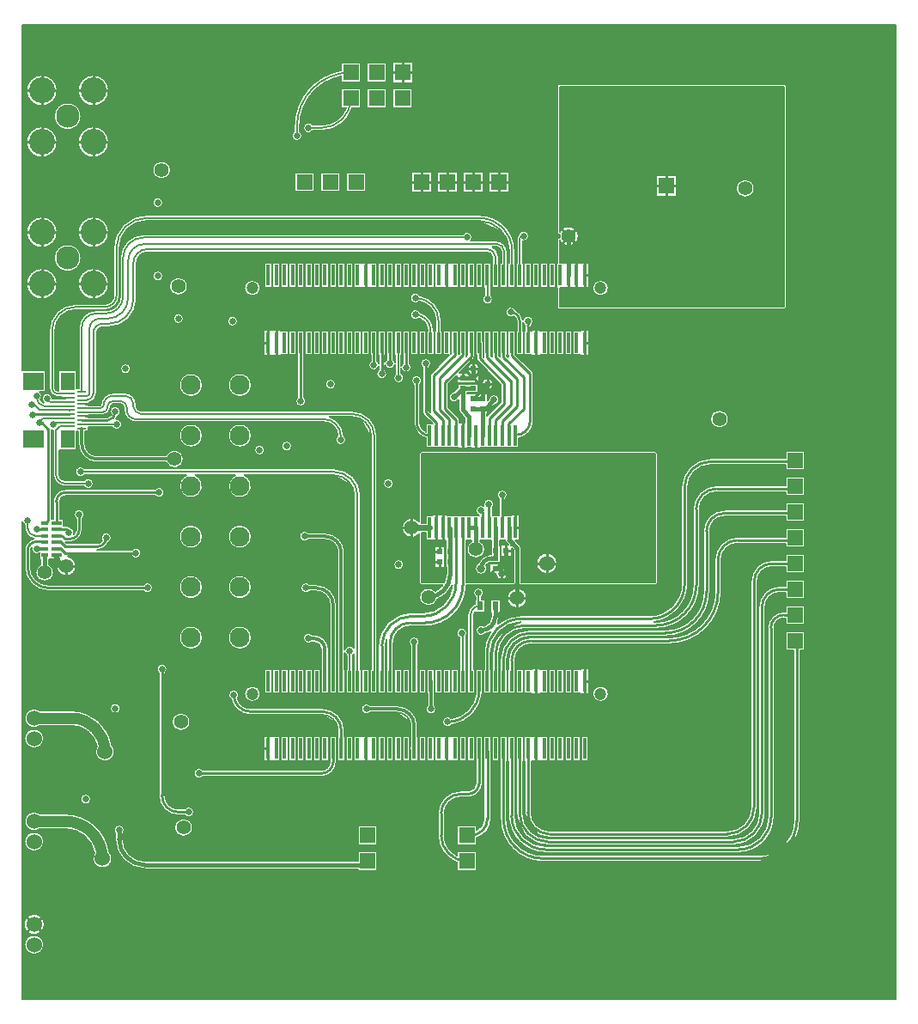
<source format=gbr>
G04 EasyPC Gerber Version 21.0.3 Build 4286 *
G04 #@! TF.Part,Single*
G04 #@! TF.FileFunction,Copper,L4,Bot *
G04 #@! TF.FilePolarity,Positive *
%FSLAX35Y35*%
%MOIN*%
G04 #@! TA.AperFunction,SMDPad*
%ADD150R,0.01181X0.07874*%
%ADD151R,0.01378X0.07874*%
%ADD113R,0.02000X0.02400*%
%ADD86R,0.02400X0.03500*%
%ADD155R,0.05433X0.07087*%
G04 #@! TA.AperFunction,ComponentPad*
%ADD130R,0.06000X0.06000*%
G04 #@! TD.AperFunction*
%ADD17C,0.00500*%
%ADD13C,0.00600*%
%ADD117C,0.00800*%
%ADD116C,0.00900*%
%ADD18C,0.01000*%
%ADD132C,0.01100*%
%ADD21C,0.01200*%
%ADD108C,0.01600*%
%ADD90C,0.01800*%
%ADD91C,0.02200*%
%ADD22C,0.02600*%
G04 #@! TA.AperFunction,ViaPad*
%ADD12C,0.03200*%
G04 #@! TD.AperFunction*
%ADD133C,0.04400*%
G04 #@! TA.AperFunction,ComponentPad*
%ADD121C,0.04724*%
G04 #@! TA.AperFunction,ViaPad*
%ADD107C,0.05600*%
G04 #@! TA.AperFunction,WasherPad*
%ADD119C,0.06000*%
G04 #@! TA.AperFunction,ComponentPad*
%ADD126C,0.07600*%
%ADD123C,0.09055*%
%ADD124C,0.10039*%
G04 #@! TA.AperFunction,SMDPad*
%ADD152R,0.03346X0.00906*%
%ADD153R,0.03937X0.00906*%
%ADD156R,0.03937X0.01260*%
%ADD157R,0.02520X0.01378*%
%ADD84R,0.02400X0.02000*%
G04 #@! TA.AperFunction,WasherPad*
%ADD118C,0.19700*%
G04 #@! TA.AperFunction,SMDPad*
%ADD154R,0.07874X0.06693*%
X0Y0D02*
D02*
D12*
X180750Y169750D03*
D02*
D13*
X20919Y231250D02*
Y231150D01*
D02*
D17*
X-67152Y136750D02*
X2750Y246567*
X11630D01*
Y238374*
X9501*
G75*
G02X9697Y235298I-1251J-1624*
G01*
G75*
G03X10957Y234159I1553J452*
G01*
G75*
G02X10200Y235750I1293J1591*
G01*
G75*
G02X14300I2050*
G01*
G75*
G02X14290Y235550I-2050J0*
G01*
X17900*
Y236400*
X16481*
G75*
G02X16451Y236399I-30J1143*
G01*
G75*
G02X13100Y239750J3351*
G01*
G75*
G02X13100Y239780I1144*
G01*
Y262220*
G75*
G02X13100Y262250I1143J30*
G01*
G75*
G02X23250Y272400I10150*
G01*
G75*
G02X23280Y272400J-1144*
G01*
X34720*
G75*
G02X34750Y272400I30J-1143*
G01*
G75*
G03X38100Y275750J3350*
G01*
G75*
G02X38100Y275780I1144*
G01*
Y294220*
G75*
G02X38100Y294250I1143J30*
G01*
G75*
G02X50750Y306900I12650*
G01*
G75*
G02X50780Y306900J-1144*
G01*
X180220*
G75*
G02X180250Y306900I30J-1143*
G01*
G75*
G02X193900Y293250J-13650*
G01*
G75*
G02X193900Y293220I-1144*
G01*
Y288228*
X194047*
Y278854*
X191169*
Y288228*
X191600*
Y293220*
G75*
G02X191600Y293250I1143J30*
G01*
G75*
G03X180250Y304600I-11350*
G01*
G75*
G02X180220Y304600J1144*
G01*
X50780*
G75*
G02X50750Y304600I-30J1143*
G01*
G75*
G03X40400Y294250J-10350*
G01*
G75*
G02X40400Y294220I-1144*
G01*
Y275780*
G75*
G02X40400Y275750I-1143J-30*
G01*
G75*
G02X34750Y270100I-5650*
G01*
G75*
G02X34720Y270100J1144*
G01*
X23280*
G75*
G02X23250Y270100I-30J1143*
G01*
G75*
G03X15400Y262250J-7850*
G01*
G75*
G02X15400Y262220I-1144*
G01*
Y239780*
G75*
G02X15400Y239750I-1143J-30*
G01*
G75*
G03X16451Y238699I1051*
G01*
G75*
G02X16481Y238699J-1144*
G01*
X16744*
Y246764*
X23677*
Y239539*
X24612*
Y263262*
G75*
G02X31250Y269900I6638*
G01*
X35250*
G75*
G03X40600Y275250J5350*
G01*
Y290250*
G75*
G02X49750Y299400I9150*
G01*
X173553*
G75*
G02X177300Y298250I1697J-1150*
G01*
G75*
G02X176793Y296900I-2050J0*
G01*
X186750*
G75*
G02X190900Y292750J-4150*
G01*
Y283833*
G75*
G02X190898Y283750I-1438*
G01*
Y278854*
X188020*
Y288228*
X188600*
Y292750*
G75*
G03X186750Y294600I-1850*
G01*
X185182*
G75*
G02X187557Y290750I-1932J-3850*
G01*
Y288228*
X187748*
Y278854*
X184870*
Y288228*
X184943*
Y290750*
G75*
G03X183250Y292443I-1693*
G01*
X51250*
G75*
G03X47057Y288250J-4193*
G01*
Y274250*
G75*
G02X36250Y263443I-10807*
G01*
X33750*
G75*
G03X31557Y261250J-2193*
G01*
Y237750*
G75*
G02X28486Y233963I-3870*
G01*
Y233187*
X33007*
G75*
G02X33037Y233187I30J-1143*
G01*
G75*
G03X33100Y233250J63*
G01*
G75*
G02X37750Y237900I4650*
G01*
G75*
G02X37780Y237900J-1144*
G01*
X42720*
G75*
G02X42750Y237900I30J-1143*
G01*
G75*
G02X46900Y233750J-4150*
G01*
G75*
G02X46900Y233720I-1144*
G01*
Y232780*
G75*
G02X46900Y232750I-1143J-30*
G01*
G75*
G03X48750Y230900I1850*
G01*
G75*
G02X48780Y230900J-1144*
G01*
X130720*
G75*
G02X130750Y230900I30J-1143*
G01*
G75*
G02X140400Y221250J-9650*
G01*
G75*
G02X140400Y221220I-1144*
G01*
Y130748*
X140504*
Y121374*
X137626*
Y130748*
X138100*
Y221220*
G75*
G02X138100Y221250I1143J30*
G01*
G75*
G03X130750Y228600I-7350*
G01*
G75*
G02X130720Y228600J1144*
G01*
X121870*
G75*
G02X127397Y221449I-2120J-7350*
G01*
G75*
G02X128300Y219750I-1147J-1699*
G01*
G75*
G02X124200I-2050*
G01*
G75*
G02X125096Y221444I2050*
G01*
G75*
G03X119750Y226600I-5346J-194*
G01*
X46750*
G75*
G02X42100Y231250J4650*
G01*
Y232250*
G75*
G03X40750Y233600I-1350*
G01*
X37750*
G75*
G03X36900Y232750J-850*
G01*
Y232250*
G75*
G02X33963Y229313I-2937*
G01*
X28486*
Y228514*
X35750*
G75*
G02X35784Y228513I3J-1207*
G01*
G75*
G03X37263Y229339I-34J1800*
G01*
G75*
G02X36700Y230750I1487J1411*
G01*
G75*
G02X40800I2050*
G01*
G75*
G02X39721Y228944I-2050*
G01*
G75*
G02X39102Y227783I-3972J1369*
G01*
G75*
G02X41190Y226401I148J-2044*
G01*
G75*
G02Y225076I-940J-663*
G01*
G75*
G02X37553Y224588I-1940J663*
G01*
X28185*
Y222961*
X27112*
Y218163*
G75*
G03X31675Y213600I4563*
G01*
X58467*
G75*
G02X65300Y212250I3283J-1350*
G01*
G75*
G02X58467Y210900I-3550*
G01*
X31675*
G75*
G02X24412Y218163J7263*
G01*
Y222961*
X23677*
Y215736*
X16900*
Y206250*
G75*
G03X19250Y203900I2350*
G01*
X26553*
G75*
G02X30300Y202750I1697J-1150*
G01*
G75*
G02X26553Y201600I-2050*
G01*
X19250*
G75*
G02X14600Y206250J4650*
G01*
Y223250*
G75*
G02X14610Y223404I1151J1*
G01*
G75*
G02X14050Y223507I139J2345*
G01*
Y188890*
X14588*
Y195750*
G75*
G02X19388Y200550I4800*
G01*
X54165*
G75*
G02X57800Y199250I1585J-1300*
G01*
G75*
G02X54165Y197950I-2050*
G01*
X19388*
G75*
G03X17188Y195750J-2200*
G01*
Y188890*
X18606*
Y186507*
X19450*
G75*
G02X21408Y185691J-2758*
G01*
G75*
G02X22615Y182899I-658J-1941*
G01*
G75*
G03X23550Y184750I-1365J1851*
G01*
Y189088*
G75*
G02X22700Y190750I1200J1662*
G01*
G75*
G02X26800I2050*
G01*
G75*
G02X25950Y189088I-2050*
G01*
Y184750*
G75*
G02X21250Y180050I-4700*
G01*
X19289*
X19789Y179550*
X31750*
G75*
G03X33591Y180546J2200*
G01*
G75*
G02X33200Y181750I1659J1204*
G01*
G75*
G02X37300I2050*
G01*
G75*
G02X36191Y179929I-2050*
G01*
G75*
G02X31750Y176950I-4441J1821*
G01*
X45088*
G75*
G02X48800Y175750I1662J-1200*
G01*
G75*
G02X45088Y174550I-2050*
G01*
X20369*
G75*
G02X23600Y170750I-619J-3800*
G01*
G75*
G02X15900I-3850*
G01*
G75*
G02X16806Y173230I3850*
G01*
X12910*
Y171444*
G75*
G02X14910Y168250I-1550J-3194*
G01*
G75*
G02X7810I-3550*
G01*
G75*
G02X9810Y171444I3550*
G01*
Y173472*
X9350*
Y175702*
G75*
G02X6252Y177889I-1100J1730*
G01*
G75*
G03X5950Y176785I1998J-1138*
G01*
G75*
G02X5951Y176750I-1207J-31*
G01*
Y170250*
G75*
G02X5950Y170210I-1203J4*
G01*
G75*
G03X12710Y163450I6800J40*
G01*
G75*
G02X12750Y163451I44J-1202*
G01*
X49589*
G75*
G02X53300Y162250I1661J-1201*
G01*
G75*
G02X49589Y161049I-2050*
G01*
X12750*
G75*
G02X12704Y161050I-3J1196*
G01*
G75*
G02X3550Y170204I46J9200*
G01*
G75*
G02X3549Y170250I1196J43*
G01*
Y176750*
G75*
G02X3550Y176800I1202J-3*
G01*
G75*
G02X7275Y181348I4700J-50*
G01*
G75*
G02X3600Y185470I475J4123*
G01*
Y186553*
G75*
G02X2750Y187800I1150J1697*
G01*
Y2750*
X341750*
Y380750*
X2750*
Y246567*
X10250Y286320D02*
G75*
G02X16320Y280250J-6070D01*
G01*
G75*
G02X10250Y274180I-6070*
G01*
G75*
G02X4180Y280250J6070*
G01*
G75*
G02X10250Y286320I6070*
G01*
Y306320D02*
G75*
G02X16320Y300250J-6070D01*
G01*
G75*
G02X10250Y294180I-6070*
G01*
G75*
G02X4180Y300250J6070*
G01*
G75*
G02X10250Y306320I6070*
G01*
X14972Y290250D02*
G75*
G02X25528I5278D01*
G01*
G75*
G02X14972I-5278*
G01*
X30250Y286320D02*
G75*
G02X36320Y280250J-6070D01*
G01*
G75*
G02X30250Y274180I-6070*
G01*
G75*
G02X24180Y280250J6070*
G01*
G75*
G02X30250Y286320I6070*
G01*
X10250Y341320D02*
G75*
G02X16320Y335250J-6070D01*
G01*
G75*
G02X10250Y329180I-6070*
G01*
G75*
G02X4180Y335250J6070*
G01*
G75*
G02X10250Y341320I6070*
G01*
Y361320D02*
G75*
G02X16320Y355250J-6070D01*
G01*
G75*
G02X10250Y349180I-6070*
G01*
G75*
G02X4180Y355250J6070*
G01*
G75*
G02X10250Y361320I6070*
G01*
X14972Y345250D02*
G75*
G02X25528I5278D01*
G01*
G75*
G02X14972I-5278*
G01*
X30250Y306320D02*
G75*
G02X36320Y300250J-6070D01*
G01*
G75*
G02X30250Y294180I-6070*
G01*
G75*
G02X24180Y300250J6070*
G01*
G75*
G02X30250Y306320I6070*
G01*
Y341320D02*
G75*
G02X36320Y335250J-6070D01*
G01*
G75*
G02X30250Y329180I-6070*
G01*
G75*
G02X24180Y335250J6070*
G01*
G75*
G02X30250Y341320I6070*
G01*
Y361320D02*
G75*
G02X36320Y355250J-6070D01*
G01*
G75*
G02X30250Y349180I-6070*
G01*
G75*
G02X24180Y355250J6070*
G01*
G75*
G02X30250Y361320I6070*
G01*
X53200Y311750D02*
G75*
G02X57300I2050D01*
G01*
G75*
G02X53200I-2050*
G01*
Y324400D02*
G75*
G02X60300I3550D01*
G01*
G75*
G02X53200I-3550*
G01*
X126500Y366000D02*
X134000D01*
Y358500*
X126500*
Y360743*
G75*
G03X110400Y341250I3750J-19493*
G01*
Y339447*
G75*
G02X111300Y337750I-1150J-1697*
G01*
G75*
G02X107200I-2050*
G01*
G75*
G02X108100Y339447I2050*
G01*
Y341250*
G75*
G02X126500Y363080I22150J0*
G01*
Y366000*
Y356000D02*
X134000D01*
Y348500*
X130831*
G75*
G02X118750Y339600I-12081J3750*
G01*
X115447*
G75*
G02X111700Y340750I-1697J1150*
G01*
G75*
G02X115447Y341900I2050*
G01*
X118750*
G75*
G03X128397Y348500J10350*
G01*
X126500*
Y356000*
X128500Y323500D02*
X136000D01*
Y316000*
X128500*
Y323500*
X118500D02*
X126000D01*
Y316000*
X118500*
Y323500*
X108500D02*
X116000D01*
Y316000*
X108500*
Y323500*
X136500Y356000D02*
X144000D01*
Y348500*
X136500*
Y356000*
Y366000D02*
X144000D01*
Y358500*
X136500*
Y366000*
X146199Y366301D02*
X154301D01*
Y358199*
X146199*
Y366301*
X146500Y356000D02*
X154000D01*
Y348500*
X146500*
Y356000*
X153699Y323801D02*
X161801D01*
Y315699*
X153699*
Y323801*
X163699D02*
X171801D01*
Y315699*
X163699*
Y323801*
X173699D02*
X181801D01*
Y315699*
X173699*
Y323801*
X183699D02*
X191801D01*
Y315699*
X183699*
Y323801*
X195278Y299309D02*
G75*
G02X199300Y298750I1972J-559D01*
G01*
G75*
G02X196908Y296729I-2050*
G01*
Y288228*
X197197*
Y278854*
X194319*
Y288228*
X194608*
Y297750*
G75*
G02X195278Y299309I2150*
G01*
X197469Y288228D02*
X200346D01*
Y278854*
X197469*
Y288228*
X200618D02*
X203496D01*
Y278854*
X200618*
Y288228*
X203768D02*
X206646D01*
Y278854*
X203768*
Y288228*
X206917Y262047D02*
X209795D01*
Y252673*
X206917*
Y262047*
Y288228D02*
X209795D01*
Y278854*
X206917*
Y288228*
X210067Y262047D02*
X212945D01*
Y252673*
X210067*
Y262047*
X298250Y357750D02*
G75*
G02X299250Y356750J-1000D01*
G01*
Y271250*
G75*
G02X298250Y270250I-1000*
G01*
X211250*
G75*
G02X210250Y271250J1000*
G01*
Y278854*
X210067*
Y288228*
X210250*
Y297146*
G75*
G02X211252Y298146I1000*
G01*
G75*
G02X211200Y298750I3498J603*
G01*
G75*
G02X211252Y299354I3550J1*
G01*
G75*
G02X210250Y300354I-2J1000*
G01*
Y356750*
G75*
G02X211250Y357750I1000*
G01*
X298250*
X213217Y262047D02*
X216094D01*
Y252673*
X213217*
Y262047*
X219215Y262348D02*
X222695D01*
Y252372*
X219215*
Y252673*
X216366*
Y262047*
X219215*
Y262348*
X299000Y215500D02*
X306500D01*
Y208000*
X299000*
Y209950*
X269750*
G75*
G03X261050Y201250J-8700*
G01*
Y163750*
G75*
G02X247968Y149050I-14800*
G01*
X248750*
G75*
G03X262950Y163250J14200*
G01*
Y192750*
G75*
G02X272250Y202050I9300*
G01*
X299000*
Y205500*
X306500*
Y198000*
X299000*
Y199450*
X272250*
G75*
G03X265550Y192750J-6700*
G01*
Y163250*
G75*
G02X248750Y146450I-16800*
G01*
X197750*
G75*
G03X187609Y136309J-10141*
G01*
Y130748*
X187748*
Y121374*
X184870*
Y130748*
X185009*
Y136309*
G75*
G02X196154Y148950I12741*
G01*
G75*
G03X184459Y137159I96J-11790*
G01*
Y130748*
X184598*
Y121374*
X181720*
Y130748*
X181859*
Y137159*
G75*
G02X184280Y145148I14391J0*
G01*
G75*
G02X182260Y144364I-3530J6102*
G01*
G75*
G02X178700Y145750I-1510J1386*
G01*
G75*
G02X181875Y147464I2050*
G01*
G75*
G03X184700Y151250I-1125J3786*
G01*
Y152750*
X184301*
Y157750*
X188199*
Y152750*
X187800*
Y151250*
G75*
G02X187160Y148316I-7050J1*
G01*
G75*
G02X196250Y151550I9089J-11157*
G01*
X246250*
G75*
G03X258450Y163750J12200*
G01*
Y201250*
G75*
G02X269750Y212550I11300*
G01*
X299000*
Y215500*
Y145500D02*
X306500D01*
Y138000*
X304550*
Y71750*
G75*
G02X288750Y55950I-15800*
G01*
X204750*
G75*
G02X188159Y72541J16591*
G01*
Y95193*
X188020*
Y104567*
X190898*
Y95193*
X190759*
Y72541*
G75*
G03X204750Y58550I13991*
G01*
X288750*
G75*
G03X301950Y71750J13200*
G01*
Y138000*
X299000*
Y145500*
Y195500D02*
X306500D01*
Y188000*
X299000*
Y189950*
X275250*
G75*
G03X269550Y184250J-5700*
G01*
Y160750*
G75*
G02X252250Y143450I-17300*
G01*
X199750*
G75*
G03X190759Y134459J-8991*
G01*
Y130748*
X190898*
Y121374*
X188020*
Y130748*
X188159*
Y134459*
G75*
G02X199750Y146050I11591*
G01*
X252250*
G75*
G03X266950Y160750J14700*
G01*
Y184250*
G75*
G02X275250Y192550I8300*
G01*
X299000*
Y195500*
Y185500D02*
X306500D01*
Y178000*
X299000*
Y179450*
X280250*
G75*
G03X274050Y173250J-6200*
G01*
Y160750*
G75*
G02X253750Y140450I-20300*
G01*
X200250*
G75*
G03X193908Y134108J-6342*
G01*
Y130748*
X194047*
Y121374*
X191169*
Y130748*
X191308*
Y134108*
G75*
G02X200250Y143050I8942*
G01*
X253750*
G75*
G03X271450Y160750J17700*
G01*
Y173250*
G75*
G02X280250Y182050I8800*
G01*
X299000*
Y185500*
X206917Y104567D02*
X209795D01*
Y95193*
X206917*
Y104567*
Y130748D02*
X209795D01*
Y121374*
X206917*
Y130748*
X210067Y104567D02*
X212945D01*
Y95193*
X210067*
Y104567*
Y130748D02*
X212945D01*
Y121374*
X210067*
Y130748*
X213217Y104567D02*
X216094D01*
Y95193*
X213217*
Y104567*
Y130748D02*
X216094D01*
Y121374*
X213217*
Y130748*
X216366Y104567D02*
X219244D01*
Y95193*
X216366*
Y104567*
X219215Y131049D02*
X222695D01*
Y121073*
X219215*
Y121374*
X216366*
Y130748*
X219215*
Y131049*
X219516Y104567D02*
X222394D01*
Y95193*
X219516*
Y104567*
X224024Y121140D02*
G75*
G02X230248I3112D01*
G01*
G75*
G02X224024I-3112*
G01*
X299000Y165500D02*
X306500D01*
Y158000*
X299000*
Y160450*
X296750*
G75*
G03X291050Y154750J-5700*
G01*
Y74750*
G75*
G02X278750Y62450I-12300*
G01*
X206750*
G75*
G02X194458Y74742J12292*
G01*
Y95193*
X194319*
Y104567*
X197197*
Y95193*
X197058*
Y74742*
G75*
G03X206750Y65050I9692*
G01*
X278750*
G75*
G03X288450Y74750J9700*
G01*
Y154750*
G75*
G02X296750Y163050I8300*
G01*
X299000*
Y165500*
X194319Y130748D02*
X197197D01*
Y121374*
X194319*
Y130748*
X299000Y175500D02*
X306500D01*
Y168000*
X299000*
Y170450*
X293750*
G75*
G03X288050Y164750J-5700*
G01*
Y77250*
G75*
G02X276250Y65450I-11800*
G01*
X207250*
G75*
G02X197607Y75093J9643*
G01*
Y95193*
X197469*
Y104567*
X200317*
Y104868*
X203797*
Y104567*
X206646*
Y95193*
X203797*
Y94892*
X200317*
Y95193*
X200207*
Y75093*
G75*
G03X207250Y68050I7043*
G01*
X276250*
G75*
G03X285450Y77250J9200*
G01*
Y164750*
G75*
G02X293750Y173050I8300*
G01*
X299000*
Y175500*
X203797Y130748D02*
X206646D01*
Y121374*
X203797*
Y121073*
X200317*
Y121374*
X197469*
Y130748*
X200317*
Y131049*
X203797*
Y130748*
X299000Y155500D02*
X306500D01*
Y148000*
X299000*
Y150450*
X298250*
G75*
G03X294550Y146750J-3700*
G01*
Y73250*
G75*
G02X280750Y59450I-13800*
G01*
X205750*
G75*
G02X191308Y73892J14442*
G01*
Y95193*
X191169*
Y104567*
X194047*
Y95193*
X193908*
Y73892*
G75*
G03X205750Y62050I11842*
G01*
X280750*
G75*
G03X291950Y73250J11200*
G01*
Y146750*
G75*
G02X298250Y153050I6300*
G01*
X299000*
Y155500*
X184870Y104567D02*
X187748D01*
Y95193*
X184870*
Y104567*
X184598Y100433D02*
G75*
G02X184707Y99880I-1348J-553D01*
G01*
Y72750*
G75*
G02X179000Y65117I-7957*
G01*
Y62500*
X171500*
Y70000*
X179000*
Y68237*
G75*
G03X181793Y72750I-2250J4513*
G01*
Y95193*
X181720*
Y104567*
X184598*
Y100433*
X269700Y227750D02*
G75*
G02X276800I3550D01*
G01*
G75*
G02X269700I-3550*
G01*
X203797Y262047D02*
X206646D01*
Y252673*
X203797*
Y252372*
X200317*
Y252673*
X197469*
Y262047*
X197707*
Y263750*
G75*
G02X197748Y264059I1200*
G01*
G75*
G02X196958Y265116I1159J1691*
G01*
Y262047*
X197197*
Y252673*
X194319*
Y262047*
X194558*
Y265742*
G75*
G03X193539Y267656I-2308*
G01*
G75*
G02X190200Y269250I-1289J1594*
G01*
G75*
G02X194135Y270056I2050*
G01*
G75*
G02X196927Y266280I-1885J-4315*
G01*
G75*
G02X200957Y265750I1980J-530*
G01*
G75*
G02X200506Y264467I-2050*
G01*
G75*
G02X200107Y263338I-2599J283*
G01*
Y262047*
X200317*
Y262348*
X203797*
Y262047*
X201107Y226750D02*
G75*
G02X201107Y226704I-1360D01*
G01*
G75*
G02X201106Y226687I-1427J58*
G01*
G75*
G02X195421Y220306I-6775J314*
G01*
Y216689*
X180368*
Y216388*
X177085*
Y216689*
X175250*
Y216388*
X171967*
Y216689*
X159472*
Y220315*
G75*
G02X154550Y226369I1309J6093*
G01*
G75*
G02Y226373I1455J2*
G01*
G75*
G02Y226375I449J1*
G01*
G75*
G02Y226376I550J0*
G01*
Y241088*
G75*
G02X153700Y242750I1200J1662*
G01*
G75*
G02X157800I2050*
G01*
G75*
G02X156950Y241088I-2050*
G01*
Y226380*
G75*
G03X159472Y222806I3831J28*
G01*
Y226063*
X161862*
X158402Y229522*
G75*
G02X158050Y230372I848J850*
G01*
Y247588*
G75*
G02X157200Y249250I1200J1662*
G01*
G75*
G02X161300I2050*
G01*
G75*
G02X160450Y247588I-2050*
G01*
Y230869*
X161117Y230202*
G75*
G02X160893Y230950I1133J748*
G01*
Y244550*
G75*
G02X161292Y245512I1357J0*
G01*
X168454Y252673*
X165972*
Y262047*
X168850*
Y253070*
X169122Y253342*
Y262047*
X172000*
Y252920*
X172272Y253191*
Y262047*
X175150*
Y252673*
X175068*
G75*
G02X174844Y251964I-1357J38*
G01*
X175503Y252622*
Y252673*
X175421*
Y262047*
X178299*
Y252673*
X178218*
Y252060*
G75*
G02X177819Y251098I-1357J0*
G01*
X172426Y245707*
X175978*
G75*
G02X175400Y247250I1772J1544*
G01*
G75*
G02X180100I2350*
G01*
G75*
G02X179522Y245707I-2350J0*
G01*
X179974*
Y241608*
X171431*
Y244711*
X168107Y241388*
Y232312*
X172008Y228412*
G75*
G02X172407Y227450I-958J-961*
G01*
Y226364*
X174460*
Y228126*
X172544Y230041*
G75*
G02X172043Y231250I1206J1209*
G01*
Y235256*
G75*
G02X168200Y236250I-1793J994*
G01*
G75*
G02X169852Y238261I2050*
G01*
X171732Y240127*
Y241407*
X175632*
Y241207*
X175778*
Y241407*
X179675*
Y237907*
X175778*
Y238107*
X175632*
Y237907*
X175457*
Y237801*
X183500*
Y235192*
X183705Y235397*
G75*
G02X187800Y235250I2045J-147*
G01*
G75*
G02X185897Y233205I-2050*
G01*
X183346Y230654*
G75*
G02X183199Y230524I-1095J1096*
G01*
Y230000*
X182993*
Y228889*
G75*
G02X183132Y229052I1098J-798*
G01*
X188393Y234312*
Y241188*
X179292Y250288*
G75*
G02X178893Y251250I958J961*
G01*
Y252673*
X178571*
Y262047*
X181449*
Y257997*
G75*
G02X181607Y257360I-1199J-637*
G01*
Y251812*
X181644Y251775*
Y257360*
G75*
G02X181720Y257834I1515*
G01*
Y262047*
X184598*
Y257834*
G75*
G02X184674Y257360I-1439J-474*
G01*
Y252378*
X184952Y252100*
Y252673*
X184870*
Y262047*
X187748*
Y252673*
X187667*
Y252312*
X188101Y251878*
Y252673*
X188020*
Y262047*
X190898*
Y252673*
X190816*
Y252312*
X191327Y251801*
G75*
G02X191251Y252250I1282J449*
G01*
Y252673*
X191169*
Y262047*
X194047*
Y252741*
X200700Y246219*
G75*
G02X201107Y245250I-950J-969*
G01*
Y226750*
X248250Y215250D02*
G75*
G02X249250Y214250J-1000D01*
G01*
Y164250*
G75*
G02X248250Y163250I-1000*
G01*
X196300*
G75*
G02X195300Y164250J1000*
G01*
Y177750*
G75*
G03X195139Y178139I-551*
G01*
X193424Y179854*
G75*
G02X193131Y180561I707J707*
G01*
X191162*
X192015Y179707*
G75*
G02X192268Y178719I-708J-707*
G01*
G75*
G02X193259Y178464I281J-960*
G01*
X193905Y177817*
G75*
G02X194200Y177108I-705J-709*
G01*
Y164250*
G75*
G02X193200Y163250I-1000*
G01*
X175066*
Y163249*
G75*
G02X159089Y147293I-15967J10*
G01*
X153250*
G75*
G03X146822Y140864J-6428*
G01*
Y126061*
G75*
G02X146803Y125830I-1457*
G01*
Y121374*
X143925*
Y125830*
G75*
G02X143907Y126061I1439J231*
G01*
Y140864*
G75*
G02X143992Y142123I9345J1*
G01*
G75*
G03X143707Y139750I9759J-2372*
G01*
Y126096*
G75*
G02X143654Y125704I-1458*
G01*
Y121374*
X140776*
Y130748*
X140793*
Y139750*
G75*
G02X153750Y152707I12957*
G01*
X158250*
G75*
G03X169561Y163208J11342*
G01*
G75*
G02X163635Y157681I-9310J4042*
G01*
G75*
G02X156700Y158750I-3385J1069*
G01*
G75*
G02X163011Y160981I3550*
G01*
G75*
G03X165811Y163250I-2761J6270*
G01*
X157750*
G75*
G02X156750Y164250J1000*
G01*
Y183136*
G75*
G02X149900Y185549I-3000J2413*
G01*
G75*
G02X156750Y187963I3850*
G01*
Y214250*
G75*
G02X157750Y215250I1000*
G01*
X248250*
X180900Y157750D02*
X182199D01*
Y152750*
X178301*
Y152755*
G75*
G03X178057Y151750I1949J-1005*
G01*
Y130748*
X178299*
Y121374*
X175421*
Y130748*
X175443*
Y151750*
G75*
G02X178301Y156145I4807*
G01*
Y157750*
X178600*
Y158553*
G75*
G02X177700Y160250I1150J1697*
G01*
G75*
G02X181800I2050*
G01*
G75*
G02X180900Y158553I-2050*
G01*
Y157750*
X178571Y130748D02*
X181449D01*
Y121374*
X181262*
G75*
G02X169414Y109052I-13513J1136*
G01*
G75*
G02X165700Y110250I-1664J1198*
G01*
G75*
G02X169245Y111652I2050*
G01*
G75*
G03X178651Y121374I-1495J10857*
G01*
X178571*
Y130748*
X172272Y104567D02*
X175150D01*
Y95193*
X172272*
Y104567*
X175421D02*
X178299D01*
Y95193*
X175421*
Y104567*
X178571D02*
X181449D01*
Y95193*
X181310*
Y86510*
G75*
G02X175750Y80950I-5560*
G01*
X172750*
G75*
G03X166550Y74750J-6200*
G01*
Y66250*
G75*
G03X171500Y58400I8700*
G01*
Y60000*
X179000*
Y52500*
X171500*
Y55591*
G75*
G02X163950Y66250I3750J10659*
G01*
Y74750*
G75*
G02X172750Y83550I8800*
G01*
X175750*
G75*
G03X178710Y86510J2960*
G01*
Y95193*
X178571*
Y104567*
X190900Y158250D02*
G75*
G02X198600I3850D01*
G01*
G75*
G02X190900I-3850*
G01*
X162600Y116793D02*
G75*
G02X163300Y115250I-1350J-1543D01*
G01*
G75*
G02X159200I-2050*
G01*
G75*
G02X159900Y116793I2050*
G01*
Y121374*
X159673*
Y130748*
X162551*
Y126301*
G75*
G02X162600Y125923I-1439J-378*
G01*
Y116793*
X159673Y104567D02*
X162551D01*
Y95193*
X159673*
Y104567*
X169152D02*
X172000D01*
Y95193*
X169152*
Y94892*
X165671*
Y95193*
X162823*
Y104567*
X165671*
Y104868*
X169152*
Y104567*
X162823Y130748D02*
X165701D01*
Y121374*
X162823*
Y130748*
X165972D02*
X168850D01*
Y121374*
X165972*
Y130748*
X169122D02*
X172000D01*
Y121374*
X169122*
Y130748*
X171200Y144750D02*
G75*
G02X175300I2050D01*
G01*
G75*
G02X175057Y143782I-2050*
G01*
Y130748*
X175150*
Y121374*
X172272*
Y130748*
X172443*
Y142865*
G75*
G02X171200Y144750I807J1885*
G01*
X147075Y130748D02*
X149953D01*
Y121374*
X147075*
Y130748*
X150224D02*
X153102D01*
Y121374*
X150224*
Y130748*
X152700Y141250D02*
G75*
G02X156800I2050D01*
G01*
G75*
G02X156257Y139861I-2050*
G01*
Y126061*
G75*
G02X156252Y125932I-1507*
G01*
Y121374*
X153374*
Y125445*
G75*
G02X153243Y126061I1376J616*
G01*
Y139861*
G75*
G02X152700Y141250I1507J1389*
G01*
X156524Y104567D02*
X159402D01*
Y95193*
X156524*
Y104567*
Y130748D02*
X159402D01*
Y121374*
X156524*
Y130748*
X180900Y241250D02*
G75*
G02X185600I2350D01*
G01*
G75*
G02X180900I-2350*
G01*
X53200Y283250D02*
G75*
G02X57300I2050D01*
G01*
G75*
G02X53200I-2050*
G01*
X59700Y279250D02*
G75*
G02X66800I3550D01*
G01*
G75*
G02X59700I-3550*
G01*
X61200Y266750D02*
G75*
G02X65300I2050D01*
G01*
G75*
G02X61200I-2050*
G01*
X63567Y240950D02*
G75*
G02X72667I4550D01*
G01*
G75*
G02X63567I-4550*
G01*
X82200Y265750D02*
G75*
G02X86300I2050D01*
G01*
G75*
G02X82200I-2050*
G01*
X82567Y240950D02*
G75*
G02X91667I4550D01*
G01*
G75*
G02X82567I-4550*
G01*
X88827Y278620D02*
G75*
G02X95051I3112D01*
G01*
G75*
G02X88827I-3112*
G01*
X103010Y262047D02*
X105858D01*
Y252673*
X103010*
Y252372*
X96380*
Y262348*
X103010*
Y262047*
X96681Y288228D02*
X99559D01*
Y278854*
X96681*
Y288228*
X99831D02*
X102709D01*
Y278854*
X99831*
Y288228*
X102980D02*
X105858D01*
Y278854*
X102980*
Y288228*
X106130Y262047D02*
X109008D01*
Y252673*
X106130*
Y262047*
X112019Y236335D02*
G75*
G02X112769Y234750I-1300J-1585D01*
G01*
G75*
G02X108669I-2050*
G01*
G75*
G02X109419Y236335I2050*
G01*
Y252673*
X109280*
Y262047*
X112157*
Y252673*
X112019*
Y236335*
X106130Y288228D02*
X109008D01*
Y278854*
X106130*
Y288228*
X109280D02*
X112157D01*
Y278854*
X109280*
Y288228*
X112429Y262047D02*
X115307D01*
Y252673*
X112429*
Y262047*
Y288228D02*
X115307D01*
Y278854*
X112429*
Y288228*
X115579Y262047D02*
X118457D01*
Y252673*
X115579*
Y262047*
Y288228D02*
X118457D01*
Y278854*
X115579*
Y288228*
X118728Y262047D02*
X121606D01*
Y252673*
X118728*
Y262047*
X120200Y241250D02*
G75*
G02X124300I2050D01*
G01*
G75*
G02X120200I-2050*
G01*
X118728Y288228D02*
X121606D01*
Y278854*
X118728*
Y288228*
X121878Y262047D02*
X124756D01*
Y252673*
X121878*
Y262047*
Y288228D02*
X124756D01*
Y278854*
X121878*
Y288228*
X125028Y262047D02*
X127906D01*
Y252673*
X125028*
Y262047*
Y288228D02*
X127906D01*
Y278854*
X125028*
Y288228*
X128177Y262047D02*
X131055D01*
Y252673*
X128177*
Y262047*
Y288228D02*
X131055D01*
Y278854*
X128177*
Y288228*
X131327Y262047D02*
X134205D01*
Y252673*
X131327*
Y262047*
X137656Y288228D02*
X140504D01*
Y278854*
X137656*
Y278553*
X134175*
Y278854*
X131327*
Y288228*
X134175*
Y288530*
X137656*
Y288228*
X134476Y262047D02*
X137354D01*
Y252673*
X134476*
Y262047*
X152963Y249435D02*
G75*
G02X153713Y247850I-1300J-1585D01*
G01*
G75*
G02X149664Y247398I-2050*
G01*
Y245712*
G75*
G02X149797Y245513I-1782J-1332*
G01*
G75*
G02X150800Y243750I-1047J-1763*
G01*
G75*
G02X146700I-2050*
G01*
G75*
G02X147364Y245260I2050*
G01*
Y248798*
G75*
G02X143415Y248616I-2000J452*
G01*
Y246912*
G75*
G02X144265Y245250I-1200J-1662*
G01*
G75*
G02X140165I-2050*
G01*
G75*
G02X141015Y246912I2050*
G01*
Y248116*
G75*
G02X137015Y248750I-1950J634*
G01*
G75*
G02X137865Y250412I2050*
G01*
Y252673*
X137626*
Y262047*
X140504*
Y252673*
X140265*
Y250412*
G75*
G02X141015Y249384I-1200J-1662*
G01*
Y252673*
X140776*
Y262047*
X143654*
Y252673*
X143415*
Y249884*
G75*
G02X144164Y250912I1950J-634*
G01*
Y252673*
X143925*
Y262047*
X146803*
Y252673*
X146564*
Y250912*
G75*
G02X147364Y249702I-1200J-1662*
G01*
Y252673*
X147075*
Y262047*
X149953*
Y252673*
X149664*
Y248302*
G75*
G02X150363Y249435I2000J-452*
G01*
Y252673*
X150224*
Y262047*
X153102*
Y252673*
X152963*
Y249435*
X142700Y202750D02*
G75*
G02X146800I2050D01*
G01*
G75*
G02X142700I-2050*
G01*
X146700Y171250D02*
G75*
G02X150800I2050D01*
G01*
G75*
G02X146700I-2050*
G01*
X140776Y288228D02*
X143654D01*
Y278854*
X140776*
Y288228*
X143925D02*
X146803D01*
Y278854*
X143925*
Y288228*
X147075D02*
X149953D01*
Y278854*
X147075*
Y288228*
X150224D02*
X153102D01*
Y278854*
X150224*
Y288228*
X162262Y262047D02*
X162551D01*
Y252673*
X159673*
Y262047*
X159962*
Y262388*
G75*
G03X156752Y266854I-4712*
G01*
G75*
G02X153200Y268250I-1502J1396*
G01*
G75*
G02X157090Y269154I2050*
G01*
G75*
G02X162262Y262388I-1840J-6767*
G01*
Y262047*
X153374D02*
X156252D01*
Y252673*
X153374*
Y262047*
X156524D02*
X159402D01*
Y252673*
X156524*
Y262047*
X165411D02*
X165701D01*
Y252673*
X162823*
Y262047*
X163112*
Y265708*
G75*
G02X163112Y265738I1143J30*
G01*
G75*
G03X156827Y273440I-7862*
G01*
G75*
G02X153200Y274750I-1577J1310*
G01*
G75*
G02X157045Y275740I2050*
G01*
G75*
G02X165412Y265738I-1795J-10002*
G01*
G75*
G02X165411Y265708I-1144*
G01*
Y262047*
X153374Y288228D02*
X156252D01*
Y278854*
X153374*
Y288228*
X156524D02*
X159402D01*
Y278854*
X156524*
Y288228*
X159673D02*
X162551D01*
Y278854*
X159673*
Y288228*
X169152D02*
X172000D01*
Y278854*
X169152*
Y278553*
X165671*
Y278854*
X162823*
Y288228*
X165671*
Y288530*
X169152*
Y288228*
X172272D02*
X175150D01*
Y278854*
X172272*
Y288228*
X175421D02*
X178299D01*
Y278854*
X175421*
Y288228*
X178571D02*
X181449D01*
Y278854*
X178571*
Y288228*
X184557Y275829D02*
G75*
G02X185300Y274250I-1307J-1579D01*
G01*
G75*
G02X181200I-2050*
G01*
G75*
G02X181943Y275829I2050*
G01*
Y278854*
X181720*
Y288228*
X184598*
Y278854*
X184557*
Y275829*
X40700Y247250D02*
G75*
G02X44800I2050D01*
G01*
G75*
G02X40700I-2050*
G01*
X134476Y130748D02*
X137354D01*
Y121374*
X134476*
Y130748*
X63567Y221350D02*
G75*
G02X72667I4550D01*
G01*
G75*
G02X63567I-4550*
G01*
X82567D02*
G75*
G02X91667I4550D01*
G01*
G75*
G02X82567I-4550*
G01*
X92700Y215750D02*
G75*
G02X96800I2050D01*
G01*
G75*
G02X92700I-2050*
G01*
X103200Y217250D02*
G75*
G02X107300I2050D01*
G01*
G75*
G02X103200I-2050*
G01*
X134057Y130748D02*
X134205D01*
Y121374*
X131327*
Y130748*
X131443*
Y136593*
G75*
G02X130900Y136053I-1692J1157*
G01*
Y130748*
X131055*
Y121374*
X128177*
Y130748*
X128600*
Y136053*
G75*
G02X127817Y137069I1149J1697*
G01*
Y130748*
X127906*
Y121374*
X125028*
Y130748*
X125117*
Y176033*
G75*
G03X120250Y180900I-4867*
G01*
X113793*
G75*
G02X110200Y182250I-1543J1350*
G01*
G75*
G02X113793Y183600I2050*
G01*
X120250*
G75*
G02X127817Y176033J-7567*
G01*
Y138431*
G75*
G02X131443Y138907I1933J-681*
G01*
Y198250*
G75*
G03X123750Y205943I-7693*
G01*
X88885*
G75*
G02X87117Y197200I-1768J-4193*
G01*
G75*
G02X85350Y205943J4550*
G01*
X69885*
G75*
G02X68117Y197200I-1768J-4193*
G01*
G75*
G02X66350Y205943J4550*
G01*
X26829*
G75*
G02X23200Y207250I-1579J1307*
G01*
G75*
G02X26829Y208557I2050*
G01*
X123750*
G75*
G02X134057Y198250J-10307*
G01*
Y130748*
X156252Y100717D02*
G75*
G02Y99043I-1439J-837D01*
G01*
Y95193*
X153374*
Y99006*
G75*
G02X153102Y99703I1376J937*
G01*
Y95193*
X150224*
Y104567*
X153102*
Y100183*
G75*
G02X153374Y100880I1648J-240*
G01*
Y104567*
X153463*
Y108687*
G75*
G03X148250Y113900I-5213*
G01*
X137793*
G75*
G02X134200Y115250I-1543J1350*
G01*
G75*
G02X137793Y116600I2050*
G01*
X148250*
G75*
G02X156163Y108687J-7913*
G01*
Y104567*
X156252*
Y100717*
X140776Y104567D02*
X143654D01*
Y95193*
X140776*
Y104567*
X143925D02*
X146803D01*
Y95193*
X143925*
Y104567*
X147075D02*
X149953D01*
Y95193*
X147075*
Y104567*
X137656D02*
X140504D01*
Y95193*
X137656*
Y94892*
X134175*
Y95193*
X131327*
Y104567*
X134175*
Y104868*
X137656*
Y104567*
X133000Y70000D02*
X140500D01*
Y62500*
X133000*
Y70000*
X128177Y104567D02*
X131055D01*
Y95193*
X128177*
Y104567*
X124667Y130748D02*
X124756D01*
Y121374*
X121878*
Y130748*
X121967*
Y155683*
G75*
G03X116750Y160900I-5217*
G01*
X114293*
G75*
G02X110700Y162250I-1543J1350*
G01*
G75*
G02X114293Y163600I2050*
G01*
X116750*
G75*
G02X124667Y155683J-7917*
G01*
Y130748*
X115750Y144175D02*
G75*
G02X121675Y138250J-5925D01*
G01*
Y126061*
G75*
G02X121606Y125612I-1507*
G01*
Y121374*
X118728*
Y125612*
G75*
G02X118660Y126061I1439J449*
G01*
Y138250*
G75*
G03X115750Y141160I-2910*
G01*
X115044*
G75*
G02X111700Y142750I-1294J1590*
G01*
G75*
G02X115224Y144175I2050*
G01*
X115750*
X115579Y130748D02*
X118457D01*
Y121374*
X115579*
Y130748*
X112429D02*
X115307D01*
Y121374*
X112429*
Y130748*
X96681D02*
X99559D01*
Y121374*
X96681*
Y130748*
X99831D02*
X102709D01*
Y121374*
X99831*
Y130748*
X102980D02*
X105858D01*
Y121374*
X102980*
Y130748*
X106130D02*
X109008D01*
Y121374*
X106130*
Y130748*
X109280D02*
X112157D01*
Y121374*
X109280*
Y130748*
X82567Y142950D02*
G75*
G02X91667I4550D01*
G01*
G75*
G02X82567I-4550*
G01*
X88827Y121140D02*
G75*
G02X95051I3112D01*
G01*
G75*
G02X88827I-3112*
G01*
X127767Y104567D02*
X127906D01*
Y95193*
X125028*
Y104567*
X125167*
Y107033*
G75*
G03X119250Y112950I-5917*
G01*
X91250*
G75*
G02X83643Y119024J7800*
G01*
G75*
G02X82700Y120750I1107J1726*
G01*
G75*
G02X86800I2050*
G01*
G75*
G02X86243Y119346I-2050*
G01*
G75*
G03X91250Y115550I5007J1404*
G01*
X119250*
G75*
G02X127767Y107033J-8517*
G01*
Y104567*
X121878D02*
X124756D01*
Y95193*
X124616*
Y94862*
G75*
G02X124617Y94817I-1300J-45*
G01*
G75*
G02X118750Y88950I-5867*
G01*
G75*
G02X118705Y88951J1301*
G01*
X72836*
G75*
G02X69200Y90250I-1586J1299*
G01*
G75*
G02X72836Y91549I2050*
G01*
X118705*
G75*
G02X118750Y91550I45J-1300*
G01*
G75*
G03X122017Y94817J3267*
G01*
G75*
G02X122018Y94862I1301*
G01*
Y95193*
X121878*
Y104567*
X99860D02*
X102709D01*
Y95193*
X99860*
Y94892*
X96380*
Y104868*
X99860*
Y104567*
X102980D02*
X105858D01*
Y95193*
X102980*
Y104567*
X106130D02*
X109008D01*
Y95193*
X106130*
Y104567*
X109280D02*
X112157D01*
Y95193*
X109280*
Y104567*
X112429D02*
X115307D01*
Y95193*
X112429*
Y104567*
X115579D02*
X118457D01*
Y95193*
X115579*
Y104567*
X118728D02*
X121606D01*
Y95193*
X118728*
Y104567*
X82567Y162550D02*
G75*
G02X91667I4550D01*
G01*
G75*
G02X82567I-4550*
G01*
Y182150D02*
G75*
G02X91667I4550D01*
G01*
G75*
G02X82567I-4550*
G01*
X60700Y110250D02*
G75*
G02X67800I3550D01*
G01*
G75*
G02X60700I-3550*
G01*
X63567Y142950D02*
G75*
G02X72667I4550D01*
G01*
G75*
G02X63567I-4550*
G01*
Y162550D02*
G75*
G02X72667I4550D01*
G01*
G75*
G02X63567I-4550*
G01*
Y182150D02*
G75*
G02X72667I4550D01*
G01*
G75*
G02X63567I-4550*
G01*
X65665Y76550D02*
G75*
G02X69300Y75250I1585J-1300D01*
G01*
G75*
G02X65665Y73950I-2050*
G01*
X63250*
G75*
G02X55568Y81632J7682*
G01*
Y129165*
G75*
G02X54818Y130750I1300J1585*
G01*
G75*
G02X58918I2050*
G01*
G75*
G02X58168Y129165I-2050*
G01*
Y81632*
G75*
G03X63250Y76550I5082*
G01*
X65665*
X61700Y69250D02*
G75*
G02X68800I3550D01*
G01*
G75*
G02X61700I-3550*
G01*
X36700Y115510D02*
G75*
G02X40800I2050D01*
G01*
G75*
G02X36700I-2050*
G01*
X7250Y35737D02*
G75*
G02X11300Y31687J-4050D01*
G01*
G75*
G02X7250Y27637I-4050*
G01*
G75*
G02X3200Y31687J4050*
G01*
G75*
G02X7250Y35737I4050*
G01*
X3500Y23813D02*
G75*
G02X11000I3750D01*
G01*
G75*
G02X3500I-3750*
G01*
Y63813D02*
G75*
G02X11000I3750D01*
G01*
G75*
G02X3500I-3750*
G01*
X36514Y59784D02*
G75*
G02X37500Y57250I-2764J-2534D01*
G01*
G75*
G02X30000I-3750*
G01*
G75*
G02X30614Y59307I3750J0*
G01*
G75*
G03X19313Y68737I-11302J-2057*
G01*
X9565*
G75*
G02X3500Y71687I-2315J2950*
G01*
G75*
G02X9565Y74637I3750J0*
G01*
X19313*
G75*
G02X36514Y59784J-17387*
G01*
X3500Y103813D02*
G75*
G02X11000I3750D01*
G01*
G75*
G02X3500I-3750*
G01*
X37493Y101307D02*
G75*
G02X38500Y98750I-2743J-2557D01*
G01*
G75*
G02X31000I-3750*
G01*
G75*
G02X31593Y100774I3750*
G01*
G75*
G03X21813Y108737I-9780J-2024*
G01*
X9565*
G75*
G02X3500Y111687I-2315J2950*
G01*
G75*
G02X9565Y114637I3750J0*
G01*
X21813*
G75*
G02X37493Y101307J-15887*
G01*
X133000Y60000D02*
X140500D01*
Y52500*
X133000*
Y53200*
X50250*
G75*
G02X38700Y64750J11550*
G01*
Y66908*
G75*
G02X38200Y68250I1550J1342*
G01*
G75*
G02X42300I2050*
G01*
G75*
G02X41800Y66908I-2050*
G01*
Y64750*
G75*
G03X50250Y56300I8450*
G01*
X133000*
Y60000*
X25200Y80250D02*
G75*
G02X29300I2050D01*
G01*
G75*
G02X25200I-2050*
G01*
X3000Y23813D02*
G36*
Y3000D01*
X341500*
Y23813*
X11000*
G75*
G02X3500I-3750*
G01*
X3000*
G37*
Y31687D02*
G36*
Y23813D01*
X3500*
G75*
G02X11000I3750*
G01*
X341500*
Y31687*
X11300*
G75*
G02X7250Y27637I-4050*
G01*
G75*
G02X3200Y31687J4050*
G01*
X3000*
G37*
X303562Y66250D02*
G36*
G75*
G02X288750Y55950I-14811J5499D01*
G01*
X204750*
G75*
G02X189398Y66250I1J16592*
G01*
X181340*
G75*
G02X179000Y65117I-4590J6500*
G01*
Y62500*
X171500*
Y66250*
X166550*
G75*
G03X171500Y58400I8701J1*
G01*
Y60000*
X179000*
Y52500*
X171500*
Y55591*
G75*
G02X163950Y66250I3750J10660*
G01*
X140500*
Y62500*
X133000*
Y66250*
X67148*
G75*
G02X63352I-1898J3000*
G01*
X41800*
Y64750*
G75*
G03X50250Y56300I8450*
G01*
X133000*
Y60000*
X140500*
Y52500*
X133000*
Y53200*
X50250*
G75*
G02X38700Y64750J11550*
G01*
Y66250*
X34189*
G75*
G02X36514Y59784I-14877J-9000*
G01*
G75*
G02X37500Y57250I-2763J-2534*
G01*
G75*
G02X30000I-3750*
G01*
G75*
G02Y57251I3470J0*
G01*
G75*
G02X30614Y59307I3748*
G01*
G75*
G03X26451Y66250I-11302J-2057*
G01*
X10100*
G75*
G02X11000Y63813I-2850J-2437*
G01*
G75*
G02X3500I-3750*
G01*
G75*
G02X4400Y66250I3750J0*
G01*
X3000*
Y31687*
X3200*
G75*
G02X7250Y35737I4050*
G01*
G75*
G02X11300Y31687J-4050*
G01*
X341500*
Y66250*
X303562*
G37*
X283424D02*
G36*
X280521D01*
G75*
G02X276250Y65450I-4271J11000*
G01*
X207250*
G75*
G02X203405Y66250I1J9643*
G01*
X202079*
G75*
G03X206750Y65050I4671J8493*
G01*
X278750*
G75*
G03X283424Y66250I0J9700*
G01*
G37*
X289493D02*
G36*
X287641D01*
G75*
G02X278750Y62450I-8891J8500*
G01*
X206750*
G75*
G02X197863Y66250I0J12293*
G01*
X196704*
G75*
G03X205750Y62050I9046J7642*
G01*
X280750*
G75*
G03X289493Y66250I0J11200*
G01*
G37*
X300750D02*
G36*
X292643D01*
G75*
G02X280750Y59450I-11893J7000*
G01*
X205750*
G75*
G02X193495Y66250I0J14442*
G01*
X192253*
G75*
G03X204750Y58550I12497J6291*
G01*
X288750*
G75*
G03X300750Y66250J13200*
G01*
G37*
X165880Y80250D02*
G36*
X58360D01*
G75*
G03X63250Y76550I4891J1382*
G01*
X65665*
G75*
G02X69300Y75250I1585J-1300*
G01*
G75*
G02X65665Y73950I-2050*
G01*
X63250*
G75*
G02X55693Y80250J7682*
G01*
X29300*
G75*
G02X25200I-2050*
G01*
X3000*
Y66250*
X4400*
G75*
G02X10100I2850J-2437*
G01*
X26451*
G75*
G03X19313Y68737I-7138J-9000*
G01*
X9565*
G75*
G02X3500Y71687I-2315J2950*
G01*
G75*
G02X9565Y74637I3750J0*
G01*
X19313*
G75*
G02X34189Y66250J-17387*
G01*
X38700*
Y66908*
G75*
G02X38200Y68250I1552J1343*
G01*
G75*
G02X42300I2050*
G01*
G75*
G02X41800Y66908I-2052J1*
G01*
Y66250*
X63352*
G75*
G02X61700Y69250I1898J3000*
G01*
G75*
G02X68800I3550*
G01*
G75*
G02X67148Y66250I-3550*
G01*
X133000*
Y70000*
X140500*
Y66250*
X163950*
Y74750*
Y74750*
G75*
G02X165880Y80250I8800*
G01*
G37*
X181793D02*
G36*
X169888D01*
G75*
G03X166550Y74751I2861J-5499*
G01*
G75*
G03Y74750I9023J0*
G01*
Y66250*
X171500*
Y70000*
X179000*
Y68237*
G75*
G03X181793Y72750I-2250J4513*
G01*
Y80250*
G37*
X189398Y66250D02*
G36*
G75*
G02X188159Y72541I15353J6292D01*
G01*
Y80250*
X184707*
Y72750*
G75*
G02X181340Y66250I-7957*
G01*
X189398*
G37*
X193495D02*
G36*
G75*
G02X191308Y73891I12254J7641D01*
G01*
Y73892*
Y80250*
X190759*
Y72541*
Y72541*
G75*
G03X192253Y66250I13991*
G01*
X193495*
G37*
X197863D02*
G36*
G75*
G02X194458Y74742I8887J8493D01*
G01*
Y80250*
X193908*
Y73892*
G75*
G03X196704Y66250I11842*
G01*
X197863*
G37*
X203405D02*
G36*
G75*
G02X197607Y75093I3846J8843D01*
G01*
Y80250*
X197058*
Y74742*
G75*
G03X202079Y66250I9692*
G01*
X203405*
G37*
X285450Y80250D02*
G36*
X200207D01*
Y75093*
Y75092*
G75*
G03X207250Y68050I7043*
G01*
X276250*
G75*
G03X285450Y77250J9200*
G01*
Y80250*
G37*
X288450D02*
G36*
X288050D01*
Y77250*
G75*
G02X280521Y66250I-11800*
G01*
X283424*
G75*
G03X288450Y74750I-4673J8500*
G01*
Y74750*
Y80250*
G37*
X291950D02*
G36*
X291050D01*
Y74750*
G75*
G02X287641Y66250I-12300*
G01*
X289493*
G75*
G03X291950Y73250I-8743J7000*
G01*
Y80250*
G37*
X301950D02*
G36*
X294550D01*
Y73250*
G75*
G02X292643Y66250I-13800*
G01*
X300750*
G75*
G03X301950Y71750I-12000J5500*
G01*
Y80250*
G37*
X304550D02*
G36*
Y71750D01*
Y71750*
G75*
G02X303562Y66250I-15801J0*
G01*
X341500*
Y80250*
X304550*
G37*
X55693D02*
G36*
G75*
G02X55568Y81632I7557J1381D01*
G01*
Y100725*
X37938*
G75*
G02X38500Y98750I-3191J-1976*
G01*
G75*
G02X31000I-3750*
G01*
G75*
G02Y98751I5013J0*
G01*
G75*
G02X31562Y100725I3747J0*
G01*
X9377*
G75*
G02X5123I-2127J3088*
G01*
X3000*
Y80250*
X25200*
G75*
G02X29300I2050*
G01*
X55693*
G37*
X178571Y100725D02*
G36*
X178299D01*
Y95193*
X175421*
Y100725*
X175150*
Y95193*
X172272*
Y100725*
X172000*
Y95193*
X169152*
Y94892*
X165671*
Y95193*
X162823*
Y100725*
X162551*
Y95193*
X159673*
Y100725*
X159402*
Y95193*
X156524*
Y100725*
X156252*
Y100717*
G75*
G02X156478Y99880I-1439J-837*
G01*
G75*
G02X156252Y99043I-1665*
G01*
Y95193*
X153374*
Y99006*
G75*
G02X153102Y99703I1376J937*
G01*
Y95193*
X150224*
Y100725*
X149953*
Y95193*
X147075*
Y100725*
X146803*
Y95193*
X143925*
Y100725*
X143654*
Y95193*
X140776*
Y100725*
X140504*
Y95193*
X137656*
Y94892*
X134175*
Y95193*
X131327*
Y100725*
X131055*
Y95193*
X128177*
Y100725*
X127906*
Y95193*
X125028*
Y100725*
X124756*
Y95193*
X124616*
Y94862*
G75*
G02X124617Y94828I-645J-32*
G01*
G75*
G02Y94817I-646J-6*
G01*
G75*
G02X118750Y88950I-5867*
G01*
G75*
G02X118705Y88951I-11J646*
G01*
X72836*
G75*
G02X69200Y90250I-1586J1300*
G01*
G75*
G02X72836Y91549I2050J0*
G01*
X118705*
G75*
G02X118750Y91550I34J-645*
G01*
G75*
G03X122017Y94817J3267*
G01*
G75*
G02Y94828I646J6*
G01*
G75*
G02X122018Y94862I646J2*
G01*
Y95193*
X121878*
Y100725*
X121606*
Y95193*
X118728*
Y100725*
X118457*
Y95193*
X115579*
Y100725*
X115307*
Y95193*
X112429*
Y100725*
X112157*
Y95193*
X109280*
Y100725*
X109008*
Y95193*
X106130*
Y100725*
X105858*
Y95193*
X102980*
Y100725*
X102709*
Y95193*
X99860*
Y94892*
X96380*
Y100725*
X58168*
Y81632*
G75*
G03X58360Y80250I5083J1*
G01*
X165880*
G75*
G02X172750Y83550I6869J-5500*
G01*
X175750*
G75*
G03X178710Y86510J2960*
G01*
Y95193*
X178571*
Y100725*
G37*
X153280D02*
G36*
X153102D01*
Y100183*
G75*
G02X153280Y100725I1648J-239*
G01*
G37*
X181793Y80250D02*
G36*
Y95193D01*
X181720*
Y100725*
X181449*
Y95193*
X181310*
Y86510*
Y86509*
G75*
G02X175750Y80950I-5560*
G01*
X172750*
G75*
G03X169888Y80250I0J-6199*
G01*
X181793*
G37*
X188020Y100725D02*
G36*
X187748D01*
Y95193*
X184870*
Y100725*
X184598*
Y100433*
G75*
G02X184707Y99880I-1350J-554*
G01*
Y80250*
X188159*
Y95193*
X188020*
Y100725*
G37*
X285450D02*
G36*
X222394D01*
Y95193*
X219516*
Y100725*
X219244*
Y95193*
X216366*
Y100725*
X216094*
Y95193*
X213217*
Y100725*
X212945*
Y95193*
X210067*
Y100725*
X209795*
Y95193*
X206917*
Y100725*
X206646*
Y95193*
X203797*
Y94892*
X200317*
Y95193*
X200207*
Y80250*
X285450*
Y100725*
G37*
X191169D02*
G36*
X190898D01*
Y95193*
X190759*
Y80250*
X191308*
Y95193*
X191169*
Y100725*
G37*
X194319D02*
G36*
X194047D01*
Y95193*
X193908*
Y80250*
X194458*
Y95193*
X194319*
Y100725*
G37*
X197469D02*
G36*
X197197D01*
Y95193*
X197058*
Y80250*
X197607*
Y95193*
X197469*
Y100725*
G37*
X288450D02*
G36*
X288050D01*
Y80250*
X288450*
Y100725*
G37*
X291950D02*
G36*
X291050D01*
Y80250*
X291950*
Y100725*
G37*
X301950D02*
G36*
X294550D01*
Y80250*
X301950*
Y100725*
G37*
X304550D02*
G36*
Y80250D01*
X341500*
Y100725*
X304550*
G37*
X31562D02*
G36*
G75*
G02X31593Y100774I3187J-1970D01*
G01*
G75*
G03X21813Y108737I-9780J-2024*
G01*
X9565*
G75*
G02X3786Y110250I-2315J2950*
G01*
X3000*
Y100725*
X5123*
G75*
G02X3500Y103813I2127J3088*
G01*
G75*
G02X11000I3750*
G01*
G75*
G02X9377Y100725I-3750*
G01*
X31562*
G37*
X55568Y110250D02*
G36*
X32774D01*
G75*
G02X37493Y101307I-10961J-11500*
G01*
G75*
G02X37938Y100725I-2746J-2559*
G01*
X55568*
Y110250*
G37*
X125028Y100725D02*
G36*
Y104567D01*
X125167*
Y107033*
G75*
G03X124216Y110250I-5917*
G01*
X67800*
G75*
G02X60700I-3550*
G01*
X58168*
Y100725*
X96380*
Y104868*
X99860*
Y104567*
X102709*
Y100725*
X102980*
Y104567*
X105858*
Y100725*
X106130*
Y104567*
X109008*
Y100725*
X109280*
Y104567*
X112157*
Y100725*
X112429*
Y104567*
X115307*
Y100725*
X115579*
Y104567*
X118457*
Y100725*
X118728*
Y104567*
X121606*
Y100725*
X121878*
Y104567*
X124756*
Y100725*
X125028*
G37*
X153280D02*
G36*
G75*
G02X153374Y100880I1470J-783D01*
G01*
Y104567*
X153463*
Y108687*
Y108687*
G75*
G03X153223Y110250I-5212*
G01*
X127136*
G75*
G02X127767Y107033I-7886J-3217*
G01*
Y104567*
X127906*
Y100725*
X128177*
Y104567*
X131055*
Y100725*
X131327*
Y104567*
X134175*
Y104868*
X137656*
Y104567*
X140504*
Y100725*
X140776*
Y104567*
X143654*
Y100725*
X143925*
Y104567*
X146803*
Y100725*
X147075*
Y104567*
X149953*
Y100725*
X150224*
Y104567*
X153102*
Y100725*
X153280*
G37*
X285450Y110250D02*
G36*
X173544D01*
G75*
G02X169414Y109052I-5794J12260*
G01*
G75*
G02X165700Y110250I-1664J1198*
G01*
X156007*
G75*
G02X156163Y108687I-7758J-1563*
G01*
Y104567*
X156252*
Y100725*
X156524*
Y104567*
X159402*
Y100725*
X159673*
Y104567*
X162551*
Y100725*
X162823*
Y104567*
X165671*
Y104868*
X169152*
Y104567*
X172000*
Y100725*
X172272*
Y104567*
X175150*
Y100725*
X175421*
Y104567*
X178299*
Y100725*
X178571*
Y104567*
X181449*
Y100725*
X181720*
Y104567*
X184598*
Y100725*
X184870*
Y104567*
X187748*
Y100725*
X188020*
Y104567*
X190898*
Y100725*
X191169*
Y104567*
X194047*
Y100725*
X194319*
Y104567*
X197197*
Y100725*
X197469*
Y104567*
X200317*
Y104868*
X203797*
Y104567*
X206646*
Y100725*
X206917*
Y104567*
X209795*
Y100725*
X210067*
Y104567*
X212945*
Y100725*
X213217*
Y104567*
X216094*
Y100725*
X216366*
Y104567*
X219244*
Y100725*
X219516*
Y104567*
X222394*
Y100725*
X285450*
Y110250*
G37*
X288450D02*
G36*
X288050D01*
Y100725*
X288450*
Y110250*
G37*
X291950D02*
G36*
X291050D01*
Y100725*
X291950*
Y110250*
G37*
X301950D02*
G36*
X294550D01*
Y100725*
X301950*
Y110250*
G37*
X304550D02*
G36*
Y100725D01*
X341500*
Y110250*
X304550*
G37*
X55568Y115510D02*
G36*
X40800D01*
G75*
G02X36700I-2050*
G01*
X3000*
Y110250*
X3786*
G75*
G02X3500Y111687I3464J1437*
G01*
G75*
G02X9565Y114637I3750J0*
G01*
X21813*
G75*
G02X32774Y110250I0J-15887*
G01*
X55568*
Y115510*
G37*
X124216Y110250D02*
G36*
G75*
G03X119250Y112950I-4966J-3216D01*
G01*
X91250*
G75*
G02X85472Y115510I0J7800*
G01*
X58168*
Y110250*
X60700*
G75*
G02X67800I3550*
G01*
X124216*
G37*
X153223D02*
G36*
G75*
G03X148250Y113900I-4973J-1563D01*
G01*
X137793*
G75*
G02X134200Y115250I-1543J1350*
G01*
G75*
G02X134217Y115510I2050*
G01*
X120076*
G75*
G02X127136Y110250I-826J-8477*
G01*
X153223*
G37*
X176183Y115510D02*
G36*
X163283D01*
G75*
G02X163300Y115251I-2032J-260*
G01*
G75*
G02Y115250I-2506J0*
G01*
G75*
G02X159200I-2050*
G01*
G75*
G02Y115251I2506J0*
G01*
G75*
G02X159217Y115510I2048J-1*
G01*
X152258*
G75*
G02X156007Y110250I-4008J-6823*
G01*
X165700*
G75*
G02X169245Y111652I2050*
G01*
G75*
G03X176183Y115510I-1495J10857*
G01*
G37*
X285450D02*
G36*
X179363D01*
G75*
G02X173544Y110250I-11614J7000*
G01*
X285450*
Y115510*
G37*
X288450D02*
G36*
X288050D01*
Y110250*
X288450*
Y115510*
G37*
X291950D02*
G36*
X291050D01*
Y110250*
X291950*
Y115510*
G37*
X301950D02*
G36*
X294550D01*
Y110250*
X301950*
Y115510*
G37*
X304550D02*
G36*
Y110250D01*
X341500*
Y115510*
X304550*
G37*
X55568Y121140D02*
G36*
X3000D01*
Y115510*
X36700*
G75*
G02X40800I2050*
G01*
X55568*
Y121140*
G37*
X85472Y115510D02*
G36*
G75*
G02X83643Y119024I5778J5240D01*
G01*
G75*
G02X82700Y120750I1106J1725*
G01*
Y120750*
G75*
G02X82737Y121140I2050*
G01*
X58168*
Y115510*
X85472*
G37*
X159217D02*
G36*
G75*
G02X159900Y116793I2032J-259D01*
G01*
Y121140*
X95051*
G75*
G02X88827I-3112*
G01*
X86763*
G75*
G02X86800Y120750I-2013J-390*
G01*
Y120750*
G75*
G02X86243Y119346I-2049*
G01*
G75*
G03X91250Y115550I5007J1405*
G01*
X119250*
G75*
G02X120076Y115510I0J-8519*
G01*
X134217*
G75*
G02X137793Y116600I2033J-260*
G01*
X148250*
G75*
G02X152258Y115510I0J-7913*
G01*
X159217*
G37*
X178624Y121140D02*
G36*
X162600D01*
Y116793*
G75*
G02X163283Y115510I-1349J-1542*
G01*
X176183*
G75*
G03X178624Y121140I-8433J7000*
G01*
G37*
X285450D02*
G36*
X230248D01*
G75*
G02X224024I-3112*
G01*
X222695*
Y121073*
X219215*
Y121140*
X203797*
Y121073*
X200317*
Y121140*
X181241*
G75*
G02X179363Y115510I-13491J1370*
G01*
X285450*
Y121140*
G37*
X288450D02*
G36*
X288050D01*
Y115510*
X288450*
Y121140*
G37*
X291950D02*
G36*
X291050D01*
Y115510*
X291950*
Y121140*
G37*
X301950D02*
G36*
X294550D01*
Y115510*
X301950*
Y121140*
G37*
X304550D02*
G36*
Y115510D01*
X341500*
Y121140*
X304550*
G37*
X55568Y126061D02*
G36*
X3000D01*
Y121140*
X55568*
Y126061*
G37*
X159900Y121140D02*
G36*
Y121374D01*
X159673*
Y126061*
X159402*
Y121374*
X156524*
Y126061*
X156257*
G75*
G02X156252Y125932I-1747J10*
G01*
Y121374*
X153374*
Y125445*
G75*
G02X153243Y126059I1367J614*
G01*
G75*
G02Y126061I1611J1*
G01*
X153102*
Y121374*
X150224*
Y126061*
X149953*
Y121374*
X147075*
Y126061*
X146822*
G75*
G02X146803Y125830I-1486J2*
G01*
Y121374*
X143925*
Y125830*
G75*
G02X143907Y126061I1467J234*
G01*
X143707*
G75*
G02X143654Y125704I-1439J33*
G01*
Y121374*
X140776*
Y126061*
X140504*
Y121374*
X137626*
Y126061*
X137354*
Y121374*
X134476*
Y126061*
X134205*
Y121374*
X131327*
Y126061*
X131055*
Y121374*
X128177*
Y126061*
X127906*
Y121374*
X125028*
Y126061*
X124756*
Y121374*
X121878*
Y126061*
X121675*
G75*
G02X121606Y125612I-1516J1*
G01*
Y121374*
X118728*
Y125612*
G75*
G02X118660Y126061I1448J450*
G01*
X118457*
Y121374*
X115579*
Y126061*
X115307*
Y121374*
X112429*
Y126061*
X112157*
Y121374*
X109280*
Y126061*
X109008*
Y121374*
X106130*
Y126061*
X105858*
Y121374*
X102980*
Y126061*
X102709*
Y121374*
X99831*
Y126061*
X99559*
Y121374*
X96681*
Y126061*
X58168*
Y121140*
X82737*
G75*
G02X86763I2013J-390*
G01*
X88827*
G75*
G02X95051I3112*
G01*
X159900*
G37*
X178571Y126061D02*
G36*
X178299D01*
Y121374*
X175421*
Y126061*
X175150*
Y121374*
X172272*
Y126061*
X172000*
Y121374*
X169122*
Y126061*
X168850*
Y121374*
X165972*
Y126061*
X165701*
Y121374*
X162823*
Y126061*
X162594*
G75*
G02X162600Y125924I-1475J-137*
G01*
G75*
G02Y125923I-1504J0*
G01*
Y121140*
X178624*
G75*
G03X178651Y121374I-10880J1362*
G01*
X178571*
Y126061*
G37*
X197469D02*
G36*
X197197D01*
Y121374*
X194319*
Y126061*
X194047*
Y121374*
X191169*
Y126061*
X190898*
Y121374*
X188020*
Y126061*
X187748*
Y121374*
X184870*
Y126061*
X184598*
Y121374*
X181720*
Y126061*
X181449*
Y121374*
X181262*
G75*
G02X181241Y121140I-13513J1131*
G01*
X200317*
Y121374*
X197469*
Y126061*
G37*
X216366D02*
G36*
X216094D01*
Y121374*
X213217*
Y126061*
X212945*
Y121374*
X210067*
Y126061*
X209795*
Y121374*
X206917*
Y126061*
X206646*
Y121374*
X203797*
Y121140*
X219215*
Y121374*
X216366*
Y126061*
G37*
X285450D02*
G36*
X222695D01*
Y121140*
X224024*
G75*
G02X230248I3112*
G01*
X285450*
Y126061*
G37*
X288450D02*
G36*
X288050D01*
Y121140*
X288450*
Y126061*
G37*
X291950D02*
G36*
X291050D01*
Y121140*
X291950*
Y126061*
G37*
X301950D02*
G36*
X294550D01*
Y121140*
X301950*
Y126061*
G37*
X304550D02*
G36*
Y121140D01*
X341500*
Y126061*
X304550*
G37*
X118660D02*
G36*
Y138250D01*
G75*
G03X115750Y141160I-2910*
G01*
X115044*
G75*
G02X111700Y142750I-1294J1591*
G01*
G75*
G02X111710Y142950I2050J-1*
G01*
X91667*
G75*
G02X82567I-4550*
G01*
X72667*
G75*
G02X63567I-4550*
G01*
X3000*
Y126061*
X55568*
Y129165*
G75*
G02X54818Y130750I1299J1585*
G01*
Y130750*
G75*
G02X58918I2050*
G01*
Y130750*
G75*
G02X58168Y129165I-2049*
G01*
Y126061*
X96681*
Y130748*
X99559*
Y126061*
X99831*
Y130748*
X102709*
Y126061*
X102980*
Y130748*
X105858*
Y126061*
X106130*
Y130748*
X109008*
Y126061*
X109280*
Y130748*
X112157*
Y126061*
X112429*
Y130748*
X115307*
Y126061*
X115579*
Y130748*
X118457*
Y126061*
X118660*
G37*
X121878D02*
G36*
Y130748D01*
X121967*
Y142950*
X119357*
G75*
G02X121675Y138250I-3607J-4700*
G01*
Y126061*
X121878*
G37*
X125028D02*
G36*
Y130748D01*
X125117*
Y142950*
X124667*
Y130748*
X124756*
Y126061*
X125028*
G37*
X128177D02*
G36*
Y130748D01*
X128600*
Y136053*
G75*
G02X127817Y137069I1146J1695*
G01*
Y130748*
X127906*
Y126061*
X128177*
G37*
X131443Y142950D02*
G36*
X127817D01*
Y138431*
G75*
G02X131443Y138907I1933J-681*
G01*
Y142950*
G37*
X131327Y126061D02*
G36*
Y130748D01*
X131443*
Y136593*
G75*
G02X130900Y136053I-1700J1165*
G01*
Y130748*
X131055*
Y126061*
X131327*
G37*
X137626D02*
G36*
Y130748D01*
X138100*
Y142950*
X134057*
Y130748*
X134205*
Y126061*
X134476*
Y130748*
X137354*
Y126061*
X137626*
G37*
X141194Y142950D02*
G36*
X140400D01*
Y130748*
X140504*
Y126061*
X140776*
Y130748*
X140793*
Y139750*
Y139750*
G75*
G02X141194Y142950I12957J0*
G01*
G37*
X143907Y126061D02*
G36*
Y140864D01*
Y140865*
G75*
G02X143992Y142123I9359*
G01*
G75*
G03X143707Y139751I9755J-2372*
G01*
G75*
G03Y139750I9667J0*
G01*
Y126096*
G75*
G02Y126094I-1340J-1*
G01*
G75*
G02X143707Y126061I-1449J1*
G01*
X143907*
G37*
X153243D02*
G36*
Y139861D01*
G75*
G02X152700Y141250I1510J1390*
G01*
G75*
G02X153604Y142950I2050*
G01*
X147169*
G75*
G03X146822Y140865I6081J-2085*
G01*
Y140864*
Y126061*
X147075*
Y130748*
X149953*
Y126061*
X150224*
Y130748*
X153102*
Y126061*
X153243*
G37*
X172272D02*
G36*
Y130748D01*
X172443*
Y142865*
G75*
G02X172268Y142950I807J1885*
G01*
X155896*
G75*
G02X156800Y141250I-1146J-1700*
G01*
G75*
G02X156257Y139861I-2052J1*
G01*
Y126061*
X156524*
Y130748*
X159402*
Y126061*
X159673*
Y130748*
X162551*
Y126301*
G75*
G02X162594Y126061I-1433J-378*
G01*
X162823*
Y130748*
X165701*
Y126061*
X165972*
Y130748*
X168850*
Y126061*
X169122*
Y130748*
X172000*
Y126061*
X172272*
G37*
X175421D02*
G36*
Y130748D01*
X175443*
Y142950*
X175057*
Y130748*
X175150*
Y126061*
X175421*
G37*
X183076Y142950D02*
G36*
X178057D01*
Y130748*
X178299*
Y126061*
X178571*
Y130748*
X181449*
Y126061*
X181720*
Y130748*
X181859*
Y137159*
G75*
G02X183076Y142950I14393J-1*
G01*
G37*
X185979D02*
G36*
G75*
G03X184459Y137160I10270J-5790D01*
G01*
Y137159*
Y130748*
X184598*
Y126061*
X184870*
Y130748*
X185009*
Y136309*
Y136309*
G75*
G02X186876Y142950I12741*
G01*
X185979*
G37*
X191860D02*
G36*
X190086D01*
G75*
G03X187609Y136309I7664J-6641*
G01*
Y136309*
Y130748*
X187748*
Y126061*
X188020*
Y130748*
X188159*
Y134459*
G75*
G02X191860Y142950I11592J0*
G01*
G37*
X198916D02*
G36*
X196793D01*
G75*
G03X190759Y134459I2957J-8491*
G01*
Y130748*
X190898*
Y126061*
X191169*
Y130748*
X191308*
Y134108*
Y134109*
G75*
G02X198916Y142950I8941*
G01*
G37*
X285450D02*
G36*
X263510D01*
G75*
G02X253750Y140450I-9760J17800*
G01*
X200250*
G75*
G03X193908Y134108J-6342*
G01*
Y130748*
X194047*
Y126061*
X194319*
Y130748*
X197197*
Y126061*
X197469*
Y130748*
X200317*
Y131049*
X203797*
Y130748*
X206646*
Y126061*
X206917*
Y130748*
X209795*
Y126061*
X210067*
Y130748*
X212945*
Y126061*
X213217*
Y130748*
X216094*
Y126061*
X216366*
Y130748*
X219215*
Y131049*
X222695*
Y126061*
X285450*
Y142950*
G37*
X288450D02*
G36*
X288050D01*
Y126061*
X288450*
Y142950*
G37*
X291950D02*
G36*
X291050D01*
Y126061*
X291950*
Y142950*
G37*
X299000D02*
G36*
X294550D01*
Y126061*
X301950*
Y138000*
X299000*
Y142950*
G37*
X306500D02*
G36*
Y138000D01*
X304550*
Y126061*
X341500*
Y142950*
X306500*
G37*
X121967D02*
G36*
Y155683D01*
G75*
G03X121292Y158250I-5217*
G01*
X88605*
G75*
G02X85630I-1487J4300*
G01*
X69605*
G75*
G02X66630I-1487J4300*
G01*
X3000*
Y142950*
X63567*
G75*
G02X72667I4550*
G01*
X82567*
G75*
G02X91667I4550*
G01*
X111710*
G75*
G02X115224Y144175I2040J-200*
G01*
X115750*
G75*
G02X119357Y142950I0J-5925*
G01*
X121967*
G37*
X125117Y158250D02*
G36*
X124239D01*
G75*
G02X124667Y155683I-7489J-2568*
G01*
Y142950*
X125117*
Y158250*
G37*
X131443D02*
G36*
X127817D01*
Y142950*
X131443*
Y158250*
G37*
X138100D02*
G36*
X134057D01*
Y142950*
X138100*
Y158250*
G37*
X167997D02*
G36*
X164943D01*
G75*
G02X163635Y157681I-4692J8998*
G01*
G75*
G02X156735Y158250I-3385J1069*
G01*
X140400*
Y142950*
X141194*
G75*
G02X153750Y152707I12556J-3200*
G01*
X158250*
G75*
G03X167997Y158250J11342*
G01*
G37*
X178600D02*
G36*
X174260D01*
G75*
G02X159089Y147293I-15160J5009*
G01*
X153250*
G75*
G03X147169Y142950I0J-6428*
G01*
X153604*
G75*
G02X155896I1146J-1700*
G01*
X172268*
G75*
G02X171200Y144750I981J1800*
G01*
Y144750*
G75*
G02X175300I2050*
G01*
G75*
G02X175057Y143782I-2054J1*
G01*
Y142950*
X175443*
Y151750*
G75*
G02X178301Y156145I4808J0*
G01*
Y157750*
X178600*
Y158250*
G37*
X257140D02*
G36*
X198600D01*
G75*
G02X190900I-3850*
G01*
X180900*
Y157750*
X182199*
Y152750*
X178301*
Y152755*
G75*
G03X178057Y151750I1950J-1005*
G01*
Y142950*
X183076*
G75*
G02X184280Y145148I13177J-5790*
G01*
G75*
G02X182260Y144364I-3527J6094*
G01*
G75*
G02X178700Y145750I-1510J1386*
G01*
G75*
G02X181875Y147464I2050J0*
G01*
G75*
G03X184700Y151250I-1125J3786*
G01*
Y152750*
X184301*
Y157750*
X188199*
Y152750*
X187800*
Y151250*
G75*
G02X187160Y148316I-7050J0*
G01*
G75*
G02X196250Y151550I9091J-11159*
G01*
X246250*
G75*
G03X257140Y158250I0J12200*
G01*
G37*
X186876Y142950D02*
G36*
G75*
G02X196154Y148950I10873J-6641D01*
G01*
G75*
G03X185979Y142950I96J-11790*
G01*
X186876*
G37*
X266736Y158250D02*
G36*
X264789D01*
G75*
G02X248750Y146450I-16039J5000*
G01*
X197750*
G75*
G03X190086Y142950I0J-10141*
G01*
X191860*
G75*
G02X199750Y146050I7891J-8492*
G01*
X252250*
G75*
G03X266736Y158250I-1J14701*
G01*
G37*
X262041D02*
G36*
X259990D01*
G75*
G02X247968Y149050I-13741J5500*
G01*
X248750*
G75*
G03X262041Y158250J14200*
G01*
G37*
X271272D02*
G36*
X269369D01*
G75*
G02X252250Y143450I-17119J2500*
G01*
X199750*
G75*
G03X196793Y142950J-8991*
G01*
X198916*
G75*
G02X200250Y143050I1333J-8843*
G01*
X253750*
G75*
G03X271272Y158250I0J17700*
G01*
G37*
X285450D02*
G36*
X273896D01*
G75*
G02X263510Y142950I-20146J2500*
G01*
X285450*
Y158250*
G37*
X289224D02*
G36*
X288050D01*
Y142950*
X288450*
Y154750*
G75*
G02X289224Y158250I8300*
G01*
G37*
X306500D02*
G36*
Y158000D01*
X299000*
Y158250*
X292251*
G75*
G03X291050Y154750I4499J-3500*
G01*
Y142950*
X291950*
Y146750*
G75*
G02X298250Y153050I6300*
G01*
X299000*
Y155500*
X306500*
Y148000*
X299000*
Y150450*
X298250*
G75*
G03X294550Y146750J-3700*
G01*
Y142950*
X299000*
Y145500*
X306500*
Y142950*
X341500*
Y158250*
X306500*
G37*
X125117Y168437D02*
G36*
X22828D01*
G75*
G02X16672I-3078J2313*
G01*
X14905*
G75*
G02X14910Y168250I-3546J-191*
G01*
G75*
G02X7810I-3550*
G01*
G75*
G02X7815Y168437I3551J-4*
G01*
X6196*
G75*
G03X12710Y163450I6554J1813*
G01*
X12750Y163451*
X49589*
G75*
G02X53300Y162250I1661J-1201*
G01*
G75*
G02X49589Y161049I-2050*
G01*
X12750*
G75*
G02X12704Y161050I-11J686*
G01*
G75*
G02X3730Y168437I46J9200*
G01*
X3000*
Y158250*
X66630*
G75*
G02X63567Y162550I1487J4300*
G01*
G75*
G02X72667I4550*
G01*
G75*
G02X69605Y158250I-4550*
G01*
X85630*
G75*
G02X82567Y162550I1487J4300*
G01*
G75*
G02X91667I4550*
G01*
G75*
G02X88605Y158250I-4550*
G01*
X121292*
G75*
G03X116750Y160900I-4542J-2567*
G01*
X114293*
G75*
G02X110700Y162250I-1543J1350*
G01*
G75*
G02X114293Y163600I2050J0*
G01*
X116750*
G75*
G02X124239Y158250I0J-7917*
G01*
X125117*
Y168437*
G37*
X131443D02*
G36*
X127817D01*
Y158250*
X131443*
Y168437*
G37*
X138100D02*
G36*
X134057D01*
Y158250*
X138100*
Y168437*
G37*
X156750D02*
G36*
X140400D01*
Y158250*
X156735*
G75*
G02X156700Y158750I3515J500*
G01*
G75*
G02X163011Y160981I3550*
G01*
G75*
G03X165811Y163250I-2761J6270*
G01*
X157750*
G75*
G02X156750Y164250J1000*
G01*
Y164250*
Y168437*
G37*
X167997Y158250D02*
G36*
G75*
G03X169561Y163208I-9747J5799D01*
G01*
G75*
G02X164943Y158250I-9309J4041*
G01*
X167997*
G37*
X258450Y168437D02*
G36*
X249250D01*
Y164250*
Y164250*
G75*
G02X248250Y163250I-1000*
G01*
X196300*
G75*
G02X195300Y164250J1000*
G01*
Y164250*
Y168437*
X194200*
Y164250*
Y164250*
G75*
G02X193200Y163250I-1000*
G01*
X175066*
Y163249*
G75*
G02X174260Y158250I-15967J9*
G01*
X178600*
Y158553*
G75*
G02X177700Y160250I1150J1697*
G01*
G75*
G02X181800I2050*
G01*
G75*
G02X180900Y158553I-2050*
G01*
Y158250*
X190900*
G75*
G02X198600I3850*
G01*
X257140*
G75*
G03X258450Y163750I-10891J5500*
G01*
Y168437*
G37*
X286314D02*
G36*
X274050D01*
Y160750*
Y160750*
G75*
G02X273896Y158250I-20300J-1*
G01*
X285450*
Y164750*
G75*
G02X286314Y168437I8300J-1*
G01*
G37*
X262950D02*
G36*
X261050D01*
Y163750*
G75*
G02X259990Y158250I-14800*
G01*
X262041*
G75*
G03X262950Y163250I-13291J5000*
G01*
Y168437*
G37*
X266950D02*
G36*
X265550D01*
Y163250*
G75*
G02X264789Y158250I-16801J0*
G01*
X266736*
G75*
G03X266950Y160750I-14487J2500*
G01*
Y168437*
G37*
X271450D02*
G36*
X269550D01*
Y160750*
G75*
G02X269369Y158250I-17302J0*
G01*
X271272*
G75*
G03X271450Y160750I-17524J2501*
G01*
Y168437*
G37*
X306500D02*
G36*
Y168000D01*
X299000*
Y168437*
X289403*
G75*
G03X288050Y164750I4347J-3687*
G01*
Y158250*
X289224*
G75*
G02X296750Y163050I7526J-3500*
G01*
X299000*
Y165500*
X306500*
Y158250*
X341500*
Y168437*
X306500*
G37*
X299000Y158250D02*
G36*
Y160450D01*
X296750*
G75*
G03X292251Y158250J-5700*
G01*
X299000*
G37*
X3730Y168437D02*
G36*
G75*
G02X3550Y170204I9020J1813D01*
G01*
G75*
G02X3549Y170239I689J33*
G01*
G75*
G02Y170250I674J6*
G01*
Y171250*
X3000*
Y168437*
X3730*
G37*
X7815D02*
G36*
G75*
G02X9462Y171250I3545J-187D01*
G01*
X5951*
Y170250*
X5950Y170210*
G75*
G03X6196Y168437I6801J41*
G01*
X7815*
G37*
X15933Y171250D02*
G36*
X13258D01*
G75*
G02X14905Y168437I-1898J-3000*
G01*
X16672*
G75*
G02X15900Y170750I3078J2313*
G01*
G75*
G02X15933Y171250I3851J0*
G01*
G37*
X125117D02*
G36*
X23567D01*
G75*
G02X23600Y170750I-3819J-501*
G01*
G75*
G02X22828Y168437I-3850J0*
G01*
X125117*
Y171250*
G37*
X131443D02*
G36*
X127817D01*
Y168437*
X131443*
Y171250*
G37*
X138100D02*
G36*
X134057D01*
Y168437*
X138100*
Y171250*
G37*
X156750D02*
G36*
X150800D01*
G75*
G02X146700I-2050*
G01*
X140400*
Y168437*
X156750*
Y171250*
G37*
X195300D02*
G36*
X194200D01*
Y168437*
X195300*
Y171250*
G37*
X288589D02*
G36*
X274050D01*
Y168437*
X286314*
G75*
G02X288589Y171250I7436J-3687*
G01*
G37*
X258450D02*
G36*
X249250D01*
Y168437*
X258450*
Y171250*
G37*
X262950D02*
G36*
X261050D01*
Y168437*
X262950*
Y171250*
G37*
X266950D02*
G36*
X265550D01*
Y168437*
X266950*
Y171250*
G37*
X271450D02*
G36*
X269550D01*
Y168437*
X271450*
Y171250*
G37*
X299000Y168437D02*
G36*
Y170450D01*
X293750*
G75*
G03X289403Y168437J-5700*
G01*
X299000*
G37*
X306500Y171250D02*
G36*
Y168437D01*
X341500*
Y171250*
X306500*
G37*
X5261Y182150D02*
G36*
X3000D01*
Y171250*
X3549*
Y176750*
G75*
G02X3550Y176800I1615J-13*
G01*
G75*
G02X7275Y181348I4700J-51*
G01*
G75*
G02X5261Y182150I475J4122*
G01*
G37*
X9462Y171250D02*
G36*
G75*
G02X9810Y171444I1898J-3001D01*
G01*
Y173472*
X9350*
Y175702*
G75*
G02X6200Y177432I-1100J1730*
G01*
G75*
G02X6252Y177889I2050*
G01*
G75*
G03X5950Y176785I1993J-1137*
G01*
G75*
G02X5951Y176759I-791J-25*
G01*
G75*
G02Y176750I-816J-4*
G01*
Y171250*
X9462*
G37*
X15933D02*
G36*
G75*
G02X16806Y173230I3818J-500D01*
G01*
X12910*
Y171444*
G75*
G02X13258Y171250I-1550J-3194*
G01*
X15933*
G37*
X33239Y182150D02*
G36*
X25165D01*
G75*
G02X21250Y180050I-3915J2600*
G01*
X19289*
X19789Y179550*
X31750*
G75*
G03X33591Y180546I0J2200*
G01*
G75*
G02X33200Y181749I1656J1203*
G01*
G75*
G02Y181750I2333J1*
G01*
G75*
G02X33239Y182150I2050*
G01*
G37*
X125117Y171250D02*
G36*
Y176033D01*
G75*
G03X120250Y180900I-4867*
G01*
X113793*
G75*
G02X110202Y182150I-1543J1350*
G01*
X91667*
G75*
G02X82567I-4550*
G01*
X72667*
G75*
G02X63567I-4550*
G01*
X37261*
G75*
G02X37300Y181750I-2011J-400*
G01*
G75*
G02X36191Y179929I-2051J0*
G01*
G75*
G02X31750Y176950I-4441J1822*
G01*
X45088*
G75*
G02X48800Y175750I1662J-1200*
G01*
Y175750*
G75*
G02X45088Y174550I-2050*
G01*
X20369*
G75*
G02X23567Y171250I-619J-3800*
G01*
X125117*
G37*
X131443Y182150D02*
G36*
X124704D01*
G75*
G02X127817Y176033I-4454J-6117*
G01*
Y171250*
X131443*
Y182150*
G37*
X138100D02*
G36*
X134057D01*
Y171250*
X138100*
Y182150*
G37*
X156750D02*
G36*
X155557D01*
G75*
G02X151943I-1807J3399*
G01*
X140400*
Y171250*
X146700*
G75*
G02X150800I2050*
G01*
X156750*
Y182150*
G37*
X195300Y171250D02*
G36*
Y177750D01*
Y177750*
G75*
G03X195139Y178139I-550*
G01*
X193424Y179854*
G75*
G02X193131Y180561I707J707*
G01*
Y180561*
X191162*
X192015Y179707*
G75*
G02X192308Y179000I-707J-707*
G01*
G75*
G02X192268Y178719I-1001*
G01*
G75*
G02X193259Y178464I281J-959*
G01*
X193905Y177817*
G75*
G02X194200Y177108I-705J-709*
G01*
Y171250*
X195300*
G37*
X299000Y182150D02*
G36*
X269550D01*
Y171250*
X271450*
Y173250*
Y173250*
G75*
G02X280250Y182050I8800*
G01*
X299000*
Y182150*
G37*
X258450D02*
G36*
X249250D01*
Y171250*
X258450*
Y182150*
G37*
X262950D02*
G36*
X261050D01*
Y171250*
X262950*
Y182150*
G37*
X266950D02*
G36*
X265550D01*
Y171250*
X266950*
Y182150*
G37*
X306500D02*
G36*
Y178000D01*
X299000*
Y179450*
X280250*
G75*
G03X274050Y173251J-6199*
G01*
G75*
G03Y173250I9023J0*
G01*
Y171250*
X288589*
G75*
G02X293750Y173050I5161J-6500*
G01*
X299000*
Y175500*
X306500*
Y171250*
X341500*
Y182150*
X306500*
G37*
X5261D02*
G36*
G75*
G02X3600Y185470I2490J3320D01*
G01*
Y186553*
G75*
G02X3000Y187182I1148J1696*
G01*
Y182150*
X5261*
G37*
X131443D02*
G36*
Y198250D01*
G75*
G03X129989Y202750I-7693*
G01*
X91556*
G75*
G02X91667Y201750I-4439J-999*
G01*
G75*
G02X87117Y197200I-4550*
G01*
G75*
G02X82567Y201750J4550*
G01*
G75*
G02X82678Y202750I4550J1*
G01*
X72556*
G75*
G02X72667Y201750I-4439J-999*
G01*
G75*
G02X68117Y197200I-4550*
G01*
G75*
G02X63567Y201750J4550*
G01*
G75*
G02X63678Y202750I4550J1*
G01*
X30300*
G75*
G02X26553Y201600I-2050*
G01*
X19250*
G75*
G02X16188Y202750I0J4650*
G01*
X14050*
Y188890*
X14588*
Y195750*
G75*
G02X19388Y200550I4800*
G01*
X54165*
G75*
G02X57800Y199250I1585J-1300*
G01*
G75*
G02X54165Y197950I-2050*
G01*
X19388*
G75*
G03X17188Y195750J-2200*
G01*
Y188890*
X18606*
Y186507*
X19450*
G75*
G02X21408Y185691I0J-2758*
G01*
G75*
G02X22800Y183750I-658J-1941*
G01*
G75*
G02X22615Y182899I-2050*
G01*
G75*
G03X23550Y184749I-1363J1850*
G01*
G75*
G03Y184750I-2506J0*
G01*
Y189088*
G75*
G02X22700Y190750I1200J1662*
G01*
G75*
G02X26800I2050*
G01*
G75*
G02X25950Y189088I-2050*
G01*
Y184750*
G75*
G02X25165Y182150I-4700*
G01*
X33239*
G75*
G02X37261I2011J-400*
G01*
X63567*
G75*
G02X72667I4550*
G01*
X82567*
G75*
G02X91667I4550*
G01*
X110202*
G75*
G02X110200Y182250I2048J98*
G01*
G75*
G02X113793Y183600I2050J0*
G01*
X120250*
G75*
G02X124704Y182150J-7567*
G01*
X131443*
G37*
X138100Y202750D02*
G36*
X133023D01*
G75*
G02X134057Y198250I-9274J-4500*
G01*
Y182150*
X138100*
Y202750*
G37*
X156750D02*
G36*
X146800D01*
G75*
G02X142700I-2050*
G01*
X140400*
Y182150*
X151943*
G75*
G02X149900Y185549I1807J3399*
G01*
G75*
G02X156750Y187963I3850*
G01*
Y202750*
G37*
Y182150D02*
G36*
Y183136D01*
G75*
G02X155557Y182150I-3000J2414*
G01*
X156750*
G37*
X258550Y202750D02*
G36*
X249250D01*
Y182150*
X258450*
Y201250*
G75*
G02X258550Y202750I11302*
G01*
G37*
X299000D02*
G36*
X261180D01*
G75*
G03X261050Y201250I8570J-1500*
G01*
Y201250*
Y182150*
X262950*
Y192750*
Y192750*
G75*
G02X272250Y202050I9300*
G01*
X299000*
Y202750*
G37*
X306500D02*
G36*
Y198000D01*
X299000*
Y199450*
X272250*
G75*
G03X265550Y192750J-6700*
G01*
Y182150*
X266950*
Y184250*
G75*
G02X275250Y192550I8300*
G01*
X299000*
Y195500*
X306500*
Y188000*
X299000*
Y189950*
X275250*
G75*
G03X269550Y184250J-5700*
G01*
Y182150*
X299000*
Y185500*
X306500*
Y182150*
X341500*
Y202750*
X306500*
G37*
X16188D02*
G36*
G75*
G02X14600Y206250I3061J3500D01*
G01*
Y206250*
Y215750*
X14050*
Y202750*
X16188*
G37*
X138100Y215750D02*
G36*
X106647D01*
G75*
G02X103853I-1397J1500*
G01*
X96800*
G75*
G02X92700I-2050*
G01*
X62343*
G75*
G02X65300Y212250I-593J-3500*
G01*
G75*
G02X58467Y210900I-3550*
G01*
X31675*
G75*
G02X24824Y215750J7263*
G01*
X23677*
Y215736*
X16900*
Y206250*
Y206250*
G75*
G03X19250Y203900I2350*
G01*
X26553*
G75*
G02X30300Y202750I1697J-1150*
G01*
X63678*
G75*
G02X66350Y205943I4439J-1000*
G01*
X26829*
G75*
G02X23200Y207250I-1579J1307*
G01*
Y207250*
Y207250*
G75*
G02X26829Y208557I2050*
G01*
X123750*
G75*
G02X133023Y202750I0J-10308*
G01*
X138100*
Y215750*
G37*
X61156D02*
G36*
X27802D01*
G75*
G03X31675Y213600I3873J2413*
G01*
X58467*
G75*
G02X61156Y215750I3283J-1350*
G01*
G37*
X82678Y202750D02*
G36*
G75*
G02X85350Y205943I4439J-1000D01*
G01*
X69885*
G75*
G02X72556Y202750I-1768J-4193*
G01*
X82678*
G37*
X129989D02*
G36*
G75*
G03X123750Y205943I-6239J-4500D01*
G01*
X88885*
G75*
G02X91556Y202750I-1768J-4193*
G01*
X129989*
G37*
X306500D02*
G36*
X341500D01*
Y215750*
X140400*
Y202750*
X142700*
G75*
G02X146800I2050*
G01*
X156750*
Y214250*
Y214250*
G75*
G02X157750Y215250I1000*
G01*
X248250*
G75*
G02X249250Y214250J-1000*
G01*
Y214250*
Y202750*
X258550*
G75*
G02X269750Y212550I11200J-1500*
G01*
X299000*
Y215500*
X306500*
Y208000*
X299000*
Y209950*
X269750*
G75*
G03X261180Y202750I0J-8700*
G01*
X299000*
Y205500*
X306500*
Y202750*
G37*
X14600Y221350D02*
G36*
X14050D01*
Y215750*
X14600*
Y221350*
G37*
X24824Y215750D02*
G36*
G75*
G02X24412Y218163I6851J2413D01*
G01*
Y221350*
X23677*
Y215750*
X24824*
G37*
X138100D02*
G36*
Y221220D01*
G75*
G02X138100Y221243I569J21*
G01*
G75*
G02Y221250I569J4*
G01*
G75*
G03X138099Y221350I-7356J-8*
G01*
X127531*
G75*
G02X128300Y219750I-1282J-1600*
G01*
G75*
G02X124200I-2050*
G01*
G75*
G02Y219751I2256J0*
G01*
G75*
G02X124969Y221350I2048*
G01*
X91667*
G75*
G02X82567I-4550*
G01*
X72667*
G75*
G02X63567I-4550*
G01*
X27112*
Y218163*
G75*
G03X27802Y215750I4564J0*
G01*
X61156*
G75*
G02X62343I594J-3500*
G01*
X92700*
G75*
G02X96800I2050*
G01*
X103853*
G75*
G02X103200Y217250I1397J1500*
G01*
G75*
G02X107300I2050*
G01*
G75*
G02X106647Y215750I-2050*
G01*
X138100*
G37*
X198083Y221350D02*
G36*
G75*
G02X195421Y220306I-3752J5651D01*
G01*
Y216689*
X180368*
Y216388*
X177085*
Y216689*
X175250*
Y216388*
X171967*
Y216689*
X159472*
Y220315*
G75*
G02X157141Y221350I1309J6093*
G01*
X140400*
G75*
G02X140400Y221250I-9678J-88*
G01*
G75*
G02Y221243I-569J-4*
G01*
G75*
G02X140400Y221220I-569J-1*
G01*
Y215750*
X341500*
Y221350*
X198083*
G37*
X124969D02*
G36*
G75*
G02X125096Y221444I1280J-1599D01*
G01*
G75*
G03X119750Y226600I-5346J-194*
G01*
X46750*
G75*
G02X43688Y227750I0J4650*
G01*
X39644*
G75*
G02X41190Y226401I-393J-2011*
G01*
G75*
G02X41400Y225738I-941J-663*
G01*
G75*
G02X41190Y225076I-1151*
G01*
G75*
G02X37553Y224588I-1940J663*
G01*
X28185*
Y222961*
X27112*
Y221350*
X63567*
G75*
G02X72667I4550*
G01*
X82567*
G75*
G02X91667I4550*
G01*
X124969*
G37*
X14600D02*
G36*
Y223250D01*
G75*
G02Y223255I1055J3*
G01*
G75*
G02X14610Y223404I1090*
G01*
G75*
G02X14050Y223507I143J2364*
G01*
Y221350*
X14600*
G37*
X24412D02*
G36*
Y222961D01*
X23677*
Y221350*
X24412*
G37*
X138099D02*
G36*
G75*
G03X134181Y227750I-7349J-100D01*
G01*
X123784*
G75*
G02X127397Y221449I-4034J-6500*
G01*
G75*
G02X127531Y221350I-1148J-1700*
G01*
X138099*
G37*
X157141D02*
G36*
G75*
G02X154550Y226369I3641J5057D01*
G01*
Y226373*
Y226375*
Y226376*
Y227750*
X137883*
G75*
G02X140400Y221350I-7133J-6500*
G01*
X157141*
G37*
X160175Y227750D02*
G36*
X156950D01*
Y226380*
G75*
G03X159472Y222806I3831J27*
G01*
Y226063*
X161862*
X160175Y227750*
G37*
X174460D02*
G36*
X172374D01*
G75*
G02X172407Y227452I-1321J-299*
G01*
G75*
G02Y227450I-1556J-1*
G01*
Y226364*
X174460*
Y227750*
G37*
X201107D02*
G36*
Y226750D01*
G75*
G02Y226739I-674J-6*
G01*
G75*
G02X201107Y226704I-690J-2*
G01*
G75*
G02X201106Y226687I-3928J174*
G01*
G75*
G02X198083Y221350I-6776J314*
G01*
X341500*
Y227750*
X276800*
G75*
G02X269700I-3550*
G01*
X201107*
G37*
X43688D02*
G36*
G75*
G02X42100Y231250I3061J3500D01*
G01*
Y231250*
Y232250*
Y232250*
G75*
G03X40750Y233600I-1350*
G01*
X37750*
G75*
G03X36900Y232750J-850*
G01*
Y232750*
Y232250*
Y232250*
G75*
G02X33963Y229313I-2937*
G01*
X28486*
Y228514*
X35750*
G75*
G02X35784Y228513I8J-728*
G01*
G75*
G03X37263Y229339I-33J1799*
G01*
G75*
G02X36700Y230750I1487J1411*
G01*
G75*
G02X40800I2050*
G01*
Y230750*
G75*
G02X39721Y228944I-2049*
G01*
G75*
G02X39102Y227783I-3972J1369*
G01*
G75*
G02X39644Y227750I148J-2044*
G01*
X43688*
G37*
X13100Y241250D02*
G36*
X11630D01*
Y238374*
X9501*
G75*
G02X10300Y236750I-1251J-1624*
G01*
G75*
G02X9697Y235298I-2050J0*
G01*
G75*
G03X10957Y234159I1552J452*
G01*
G75*
G02X10200Y235749I1291J1590*
G01*
G75*
G02Y235750I2374J0*
G01*
G75*
G02X14300I2050*
G01*
G75*
G02Y235746I-1912J-2*
G01*
G75*
G02X14290Y235550I-1964*
G01*
X17900*
Y236400*
X16481*
G75*
G02X16451Y236399I-22J569*
G01*
G75*
G02X13100Y239750J3351*
G01*
G75*
G02Y239757I569J4*
G01*
G75*
G02X13100Y239780I569J1*
G01*
Y241250*
G37*
X16744D02*
G36*
X15400D01*
Y239780*
G75*
G02X15400Y239757I-569J-21*
G01*
G75*
G02Y239750I-569J-4*
G01*
G75*
G03X16451Y238699I1051*
G01*
G75*
G02X16481Y238699I7J-569*
G01*
X16744*
Y241250*
G37*
X24612D02*
G36*
X23677D01*
Y239539*
X24612*
Y241250*
G37*
X154352D02*
G36*
X124300D01*
G75*
G02X120200I-2050*
G01*
X112019*
Y236335*
G75*
G02X112769Y234750I-1299J-1585*
G01*
Y234750*
G75*
G02X108669I-2050*
G01*
Y234750*
G75*
G02X109419Y236335I2049*
G01*
Y241250*
X91657*
G75*
G02X91667Y240950I-4541J-299*
G01*
G75*
G02X82567I-4550*
G01*
G75*
G02X82577Y241250I4550J1*
G01*
X72657*
G75*
G02X72667Y240950I-4541J-299*
G01*
G75*
G02X63567I-4550*
G01*
G75*
G02X63577Y241250I4550J1*
G01*
X31557*
Y237750*
G75*
G02X28486Y233963I-3870*
G01*
Y233187*
X33007*
G75*
G02X33037Y233187I22J-569*
G01*
G75*
G03X33100Y233250J63*
G01*
Y233250*
G75*
G02X37750Y237900I4650*
G01*
G75*
G02X37780Y237900I7J-569*
G01*
X42720*
G75*
G02X42750Y237900I22J-569*
G01*
G75*
G02X46900Y233750J-4150*
G01*
G75*
G02Y233743I-569J-4*
G01*
G75*
G02X46900Y233720I-569J-1*
G01*
Y232780*
G75*
G02X46900Y232757I-569J-21*
G01*
G75*
G02Y232750I-569J-4*
G01*
Y232750*
G75*
G03X48750Y230900I1850*
G01*
G75*
G02X48780Y230900I7J-569*
G01*
X130720*
G75*
G02X130750Y230900I22J-569*
G01*
G75*
G02X137883Y227750J-9650*
G01*
X154550*
Y241088*
G75*
G02X154352Y241250I1200J1664*
G01*
G37*
X134181Y227750D02*
G36*
G75*
G03X130750Y228600I-3431J-6500D01*
G01*
G75*
G02X130720Y228600I-7J569*
G01*
X121870*
G75*
G02X123784Y227750I-2120J-7350*
G01*
X134181*
G37*
X160175D02*
G36*
X158402Y229522D01*
G75*
G02X158050Y230372I850J850*
G01*
Y241250*
X157148*
G75*
G02X156950Y241088I-1398J1502*
G01*
Y227750*
X160175*
G37*
X160893Y241250D02*
G36*
X160450D01*
Y230869*
X161117Y230202*
G75*
G02X160893Y230950I1136J749*
G01*
Y241250*
G37*
X174460Y227750D02*
G36*
Y228126D01*
X172544Y230041*
G75*
G02X172043Y231250I1205J1208*
G01*
Y231250*
Y235256*
G75*
G02X168200Y236250I-1793J994*
G01*
G75*
G02X169852Y238261I2050*
G01*
X171732Y240127*
Y241250*
X168107*
Y232312*
X172008Y228412*
G75*
G02X172374Y227750I-956J-960*
G01*
X174460*
G37*
X175778Y241250D02*
G36*
X175632D01*
Y241207*
X175778*
Y241250*
G37*
X188330D02*
G36*
X185600D01*
G75*
G02X180900I-2350*
G01*
X179675*
Y237907*
X175778*
Y238107*
X175632*
Y237907*
X175457*
Y237801*
X183500*
Y235192*
X183705Y235397*
G75*
G02X187800Y235250I2045J-147*
G01*
G75*
G02X185897Y233205I-2050*
G01*
X183346Y230654*
G75*
G02X183199Y230524I-1158J1168*
G01*
Y230000*
X182993*
Y228889*
G75*
G02X183132Y229052I1102J-801*
G01*
X188393Y234312*
Y241188*
X188330Y241250*
G37*
X201107D02*
G36*
Y227750D01*
X269700*
G75*
G02X276800I3550*
G01*
X341500*
Y241250*
X201107*
G37*
X13100Y247250D02*
G36*
X3000D01*
Y246567*
X11630*
Y241250*
X13100*
Y247250*
G37*
X24612D02*
G36*
X15400D01*
Y241250*
X16744*
Y246764*
X23677*
Y241250*
X24612*
Y247250*
G37*
X109419D02*
G36*
X44800D01*
G75*
G02X40700I-2050*
G01*
X31557*
Y241250*
X63577*
G75*
G02X72657I4540J-300*
G01*
X82577*
G75*
G02X91657I4540J-300*
G01*
X109419*
Y247250*
G37*
X158050D02*
G36*
X153624D01*
G75*
G02X149703I-1960J600*
G01*
X149664*
Y245712*
G75*
G02X149797Y245513I-1759J-1317*
G01*
G75*
G02X150800Y243750I-1047J-1763*
G01*
G75*
G02X146700I-2050*
G01*
G75*
G02X147364Y245260I2050*
G01*
Y247250*
X145815*
G75*
G02X144913I-451J1999*
G01*
X143415*
Y246912*
G75*
G02X144265Y245250I-1200J-1662*
G01*
G75*
G02X140165I-2050*
G01*
G75*
G02X141015Y246912I2050*
G01*
Y247250*
X140462*
G75*
G02X137668I-1397J1500*
G01*
X112019*
Y241250*
X120200*
G75*
G02X124300I2050*
G01*
X154352*
G75*
G02X153700Y242750I1398J1500*
G01*
G75*
G02X157800I2050*
G01*
G75*
G02X157148Y241250I-2050J0*
G01*
X158050*
Y247250*
G37*
X163030D02*
G36*
X160450D01*
Y241250*
X160893*
Y244550*
G75*
G02Y244552I1556J1*
G01*
G75*
G02X161292Y245512I1355*
G01*
X163030Y247250*
G37*
X188330Y241250D02*
G36*
X182330Y247250D01*
X180100*
G75*
G02X179522Y245707I-2349*
G01*
X179974*
Y241608*
X171431*
Y244711*
X168107Y241388*
Y241250*
X171732*
Y241407*
X175632*
Y241250*
X175778*
Y241407*
X179675*
Y241250*
X180900*
G75*
G02X185600I2350*
G01*
X188330*
G37*
X175400Y247250D02*
G36*
X173970D01*
X172426Y245707*
X175978*
G75*
G02X175400Y247250I1771J1543*
G01*
G37*
X201107Y241250D02*
G36*
X341500D01*
Y247250*
X199649*
X200700Y246219*
G75*
G02X201107Y245250I-951J-969*
G01*
Y241250*
G37*
X13100Y257360D02*
G36*
X3000D01*
Y247250*
X13100*
Y257360*
G37*
X24612D02*
G36*
X15400D01*
Y247250*
X24612*
Y257360*
G37*
X109280D02*
G36*
X109008D01*
Y252673*
X106130*
Y257360*
X105858*
Y252673*
X103010*
Y252372*
X96380*
Y257360*
X31557*
Y247250*
X40700*
G75*
G02X44800I2050*
G01*
X109419*
Y252673*
X109280*
Y257360*
G37*
X137626D02*
G36*
X137354D01*
Y252673*
X134476*
Y257360*
X134205*
Y252673*
X131327*
Y257360*
X131055*
Y252673*
X128177*
Y257360*
X127906*
Y252673*
X125028*
Y257360*
X124756*
Y252673*
X121878*
Y257360*
X121606*
Y252673*
X118728*
Y257360*
X118457*
Y252673*
X115579*
Y257360*
X115307*
Y252673*
X112429*
Y257360*
X112157*
Y252673*
X112019*
Y247250*
X137668*
G75*
G02X137015Y248750I1397J1500*
G01*
G75*
G02X137865Y250412I2050*
G01*
Y252673*
X137626*
Y257360*
G37*
X140776D02*
G36*
X140504D01*
Y252673*
X140265*
Y250412*
G75*
G02X141015Y249384I-1197J-1660*
G01*
Y252673*
X140776*
Y257360*
G37*
X141015Y247250D02*
G36*
Y248116D01*
G75*
G02X140462Y247250I-1950J634*
G01*
X141015*
G37*
X144913D02*
G36*
G75*
G02X143415Y248616I451J2000D01*
G01*
Y247250*
X144913*
G37*
X143925Y257360D02*
G36*
X143654D01*
Y252673*
X143415*
Y249884*
G75*
G02X144164Y250912I1950J-634*
G01*
Y252673*
X143925*
Y257360*
G37*
X147364Y247250D02*
G36*
Y248798D01*
G75*
G02X145815Y247250I-2000J452*
G01*
X147364*
G37*
X147075Y257360D02*
G36*
X146803D01*
Y252673*
X146564*
Y250912*
G75*
G02X147364Y249702I-1199J-1661*
G01*
Y252673*
X147075*
Y257360*
G37*
X149703Y247250D02*
G36*
G75*
G02X149664Y247398I1960J600D01*
G01*
Y247250*
X149703*
G37*
X150224Y257360D02*
G36*
X149953D01*
Y252673*
X149664*
Y248302*
G75*
G02X150363Y249435I1998J-451*
G01*
Y252673*
X150224*
Y257360*
G37*
X163030Y247250D02*
G36*
X168454Y252673D01*
X165972*
Y257360*
X165701*
Y252673*
X162823*
Y257360*
X162551*
Y252673*
X159673*
Y257360*
X159402*
Y252673*
X156524*
Y257360*
X156252*
Y252673*
X153374*
Y257360*
X153102*
Y252673*
X152963*
Y249435*
G75*
G02X153713Y247850I-1299J-1585*
G01*
Y247850*
G75*
G02X153624Y247250I-2050*
G01*
X158050*
Y247588*
G75*
G02X157200Y249250I1200J1662*
G01*
G75*
G02X161300I2050*
G01*
G75*
G02X160450Y247588I-2050*
G01*
Y247250*
X163030*
G37*
X169122Y257360D02*
G36*
X168850D01*
Y253070*
X169122Y253342*
Y257360*
G37*
X182330Y247250D02*
G36*
X179292Y250288D01*
G75*
G02X178893Y251248I956J960*
G01*
G75*
G02Y251250I1556J1*
G01*
Y252673*
X178571*
Y257360*
X178299*
Y252673*
X178218*
Y252060*
G75*
G02Y252059I-1556J-1*
G01*
G75*
G02X177819Y251098I-1355*
G01*
X173970Y247250*
X175400*
G75*
G02X180100I2350*
G01*
X182330*
G37*
X172272Y257360D02*
G36*
X172000D01*
Y252920*
X172272Y253191*
Y257360*
G37*
X175421D02*
G36*
X175150D01*
Y252673*
X175068*
G75*
G02X174844Y251964I-1359J38*
G01*
X175503Y252622*
Y252673*
X175421*
Y257360*
G37*
X181644D02*
G36*
X181607D01*
Y251812*
X181644Y251775*
Y257360*
G37*
X184870D02*
G36*
X184674D01*
Y252378*
X184952Y252100*
Y252673*
X184870*
Y257360*
G37*
X188020D02*
G36*
X187748D01*
Y252673*
X187667*
Y252312*
X188101Y251878*
Y252673*
X188020*
Y257360*
G37*
X191169D02*
G36*
X190898D01*
Y252673*
X190816*
Y252312*
X191327Y251801*
G75*
G02X191251Y252250I1285J450*
G01*
Y252673*
X191169*
Y257360*
G37*
X222695D02*
G36*
Y252372D01*
X219215*
Y252673*
X216366*
Y257360*
X216094*
Y252673*
X213217*
Y257360*
X212945*
Y252673*
X210067*
Y257360*
X209795*
Y252673*
X206917*
Y257360*
X206646*
Y252673*
X203797*
Y252372*
X200317*
Y252673*
X197469*
Y257360*
X197197*
Y252673*
X194319*
Y257360*
X194047*
Y252741*
X199649Y247250*
X341500*
Y257360*
X222695*
G37*
X14152Y266750D02*
G36*
X3000D01*
Y257360*
X13100*
Y262220*
G75*
G02X13100Y262243I569J21*
G01*
G75*
G02Y262250I569J4*
G01*
G75*
G02X14152Y266750I10150*
G01*
G37*
X25602D02*
G36*
X16818D01*
G75*
G03X15400Y262250I6432J-4500*
G01*
G75*
G02Y262243I-569J-4*
G01*
G75*
G02X15400Y262220I-569J-1*
G01*
Y257360*
X24612*
Y263262*
G75*
G02X25602Y266750I6639J0*
G01*
G37*
X159673Y257360D02*
G36*
Y262047D01*
X159962*
Y262388*
Y262388*
G75*
G03X157032Y266750I-4712*
G01*
X156647*
G75*
G02X153853I-1397J1500*
G01*
X86039*
G75*
G02X86300Y265750I-1789J-1000*
G01*
G75*
G02X82200I-2050*
G01*
G75*
G02X82461Y266750I2050J0*
G01*
X65300*
G75*
G02X61200I-2050*
G01*
X44031*
G75*
G02X36250Y263443I-7781J7500*
G01*
X33750*
G75*
G03X31557Y261250J-2193*
G01*
Y257360*
X96380*
Y262348*
X103010*
Y262047*
X105858*
Y257360*
X106130*
Y262047*
X109008*
Y257360*
X109280*
Y262047*
X112157*
Y257360*
X112429*
Y262047*
X115307*
Y257360*
X115579*
Y262047*
X118457*
Y257360*
X118728*
Y262047*
X121606*
Y257360*
X121878*
Y262047*
X124756*
Y257360*
X125028*
Y262047*
X127906*
Y257360*
X128177*
Y262047*
X131055*
Y257360*
X131327*
Y262047*
X134205*
Y257360*
X134476*
Y262047*
X137354*
Y257360*
X137626*
Y262047*
X140504*
Y257360*
X140776*
Y262047*
X143654*
Y257360*
X143925*
Y262047*
X146803*
Y257360*
X147075*
Y262047*
X149953*
Y257360*
X150224*
Y262047*
X153102*
Y257360*
X153374*
Y262047*
X156252*
Y257360*
X156524*
Y262047*
X159402*
Y257360*
X159673*
G37*
X162823D02*
G36*
Y262047D01*
X163112*
Y265708*
G75*
G02X163112Y265731I569J21*
G01*
G75*
G02Y265738I569J4*
G01*
Y265739*
G75*
G03X163046Y266750I-7861*
G01*
X160740*
G75*
G02X162262Y262388I-5490J-4362*
G01*
Y262047*
X162551*
Y257360*
X162823*
G37*
X194319D02*
G36*
Y262047D01*
X194558*
Y265742*
Y265743*
G75*
G03X194326Y266750I-2307*
G01*
X165361*
G75*
G02X165412Y265738I-10112J-1011*
G01*
G75*
G02Y265731I-569J-4*
G01*
G75*
G02X165411Y265708I-569J-1*
G01*
Y262047*
X165701*
Y257360*
X165972*
Y262047*
X168850*
Y257360*
X169122*
Y262047*
X172000*
Y257360*
X172272*
Y262047*
X175150*
Y257360*
X175421*
Y262047*
X178299*
Y257360*
X178571*
Y262047*
X181449*
Y257997*
G75*
G02X181607Y257361I-1195J-636*
G01*
G75*
G02Y257360I-1538J0*
G01*
X181644*
G75*
G02X181720Y257834I1529J-2*
G01*
Y262047*
X184598*
Y257834*
G75*
G02X184674Y257360I-1453J-476*
G01*
X184870*
Y262047*
X187748*
Y257360*
X188020*
Y262047*
X190898*
Y257360*
X191169*
Y262047*
X194047*
Y257360*
X194319*
G37*
X197118Y266750D02*
G36*
X196849D01*
G75*
G02X196927Y266280I-4600J-1008*
G01*
G75*
G02X197118Y266750I1980J-530*
G01*
G37*
X197469Y257360D02*
G36*
Y262047D01*
X197707*
Y263750*
G75*
G02X197748Y264059I1209J-1*
G01*
G75*
G02X196958Y265116I1161J1692*
G01*
Y262047*
X197197*
Y257360*
X197469*
G37*
X222695D02*
G36*
X341500D01*
Y266750*
X200697*
G75*
G02X200957Y265750I-1789J-1000*
G01*
G75*
G02X200506Y264467I-2052J0*
G01*
G75*
G02X200107Y263338I-2597J282*
G01*
Y262047*
X200317*
Y262348*
X203797*
Y262047*
X206646*
Y257360*
X206917*
Y262047*
X209795*
Y257360*
X210067*
Y262047*
X212945*
Y257360*
X213217*
Y262047*
X216094*
Y257360*
X216366*
Y262047*
X219215*
Y262348*
X222695*
Y257360*
G37*
X38100Y280250D02*
G36*
X36320D01*
G75*
G02X30250Y274180I-6070*
G01*
G75*
G02X24180Y280250J6070*
G01*
X16320*
G75*
G02X10250Y274180I-6070*
G01*
G75*
G02X4180Y280250J6070*
G01*
X3000*
Y266750*
X14152*
G75*
G02X23250Y272400I9098J-4500*
G01*
G75*
G02X23280Y272400I7J-569*
G01*
X34720*
G75*
G02X34750Y272400I22J-569*
G01*
G75*
G03X38100Y275750J3350*
G01*
Y275750*
G75*
G02Y275757I569J4*
G01*
G75*
G02X38100Y275780I569J1*
G01*
Y280250*
G37*
X40600D02*
G36*
X40400D01*
Y275780*
G75*
G02X40400Y275757I-569J-21*
G01*
G75*
G02Y275750I-569J-4*
G01*
Y275750*
G75*
G02X34750Y270100I-5650*
G01*
G75*
G02X34720Y270100I-7J569*
G01*
X23280*
G75*
G02X23250Y270100I-22J569*
G01*
G75*
G03X16818Y266750J-7850*
G01*
X25602*
G75*
G02X31250Y269900I5648J-3488*
G01*
X35250*
G75*
G03X40600Y275250J5350*
G01*
Y280250*
G37*
X299250D02*
G36*
Y271250D01*
G75*
G02X298250Y270250I-1000*
G01*
X211250*
G75*
G02X210250Y271250J1000*
G01*
Y278854*
X210067*
Y280250*
X209795*
Y278854*
X206917*
Y280250*
X206646*
Y278854*
X203768*
Y280250*
X203496*
Y278854*
X200618*
Y280250*
X200346*
Y278854*
X197469*
Y280250*
X197197*
Y278854*
X194319*
Y280250*
X194047*
Y278854*
X191169*
Y280250*
X190898*
Y278854*
X188020*
Y280250*
X187748*
Y278854*
X184870*
Y280250*
X184598*
Y278854*
X184557*
Y275829*
G75*
G02X185300Y274250I-1306J-1578*
G01*
Y274250*
G75*
G02X181200I-2050*
G01*
Y274250*
G75*
G02X181943Y275829I2049*
G01*
Y278854*
X181720*
Y280250*
X181449*
Y278854*
X178571*
Y280250*
X178299*
Y278854*
X175421*
Y280250*
X175150*
Y278854*
X172272*
Y280250*
X172000*
Y278854*
X169152*
Y278553*
X165671*
Y278854*
X162823*
Y280250*
X162551*
Y278854*
X159673*
Y280250*
X159402*
Y278854*
X156524*
Y280250*
X156252*
Y278854*
X153374*
Y280250*
X153102*
Y278854*
X150224*
Y280250*
X149953*
Y278854*
X147075*
Y280250*
X146803*
Y278854*
X143925*
Y280250*
X143654*
Y278854*
X140776*
Y280250*
X140504*
Y278854*
X137656*
Y278553*
X134175*
Y278854*
X131327*
Y280250*
X131055*
Y278854*
X128177*
Y280250*
X127906*
Y278854*
X125028*
Y280250*
X124756*
Y278854*
X121878*
Y280250*
X121606*
Y278854*
X118728*
Y280250*
X118457*
Y278854*
X115579*
Y280250*
X115307*
Y278854*
X112429*
Y280250*
X112157*
Y278854*
X109280*
Y280250*
X109008*
Y278854*
X106130*
Y280250*
X105858*
Y278854*
X102980*
Y280250*
X102709*
Y278854*
X99831*
Y280250*
X99559*
Y278854*
X96681*
Y280250*
X94590*
G75*
G02X95051Y278620I-2651J-1630*
G01*
G75*
G02X88827I-3112*
G01*
G75*
G02X89288Y280250I3112*
G01*
X66656*
G75*
G02X66800Y279250I-3406J-1000*
G01*
G75*
G02X59700I-3550*
G01*
G75*
G02X59844Y280250I3550*
G01*
X47057*
Y274250*
G75*
G02X44031Y266750I-10808J1*
G01*
X61200*
G75*
G02X65300I2050*
G01*
X82461*
G75*
G02X86039I1789J-1000*
G01*
X153853*
G75*
G02X153200Y268250I1397J1500*
G01*
G75*
G02X157090Y269154I2050*
G01*
G75*
G02X160740Y266750I-1840J-6767*
G01*
X163046*
G75*
G03X156827Y273440I-7796J-1011*
G01*
G75*
G02X153200Y274750I-1577J1310*
G01*
G75*
G02X157045Y275740I2050*
G01*
G75*
G02X165361Y266750I-1795J-10002*
G01*
X194326*
G75*
G03X193539Y267656I-2076J-1008*
G01*
G75*
G02X190200Y269250I-1289J1594*
G01*
G75*
G02X194135Y270056I2050*
G01*
G75*
G02X196849Y266750I-1885J-4315*
G01*
X197118*
G75*
G02X200697I1789J-1000*
G01*
X341500*
Y280250*
X299250*
G37*
X157032Y266750D02*
G36*
G75*
G03X156752Y266854I-1782J-4365D01*
G01*
G75*
G02X156647Y266750I-1502J1397*
G01*
X157032*
G37*
X4180Y280250D02*
G36*
G75*
G02X4974Y283250I6070J0D01*
G01*
X3000*
Y280250*
X4180*
G37*
X24180D02*
G36*
G75*
G02X24974Y283250I6070J0D01*
G01*
X15526*
G75*
G02X16320Y280250I-5277J-3000*
G01*
X24180*
G37*
X38100Y283250D02*
G36*
X35526D01*
G75*
G02X36320Y280250I-5277J-3000*
G01*
X38100*
Y283250*
G37*
X96681D02*
G36*
X57300D01*
G75*
G02X53200I-2050*
G01*
X47057*
Y280250*
X59844*
G75*
G02X66656I3406J-1000*
G01*
X89288*
G75*
G02X94590I2651J-1630*
G01*
X96681*
Y283250*
G37*
X40600D02*
G36*
X40400D01*
Y280250*
X40600*
Y283250*
G37*
X99831D02*
G36*
X99559D01*
Y280250*
X99831*
Y283250*
G37*
X102980D02*
G36*
X102709D01*
Y280250*
X102980*
Y283250*
G37*
X106130D02*
G36*
X105858D01*
Y280250*
X106130*
Y283250*
G37*
X109280D02*
G36*
X109008D01*
Y280250*
X109280*
Y283250*
G37*
X112429D02*
G36*
X112157D01*
Y280250*
X112429*
Y283250*
G37*
X115579D02*
G36*
X115307D01*
Y280250*
X115579*
Y283250*
G37*
X118728D02*
G36*
X118457D01*
Y280250*
X118728*
Y283250*
G37*
X121878D02*
G36*
X121606D01*
Y280250*
X121878*
Y283250*
G37*
X125028D02*
G36*
X124756D01*
Y280250*
X125028*
Y283250*
G37*
X128177D02*
G36*
X127906D01*
Y280250*
X128177*
Y283250*
G37*
X131327D02*
G36*
X131055D01*
Y280250*
X131327*
Y283250*
G37*
X140776D02*
G36*
X140504D01*
Y280250*
X140776*
Y283250*
G37*
X143925D02*
G36*
X143654D01*
Y280250*
X143925*
Y283250*
G37*
X147075D02*
G36*
X146803D01*
Y280250*
X147075*
Y283250*
G37*
X150224D02*
G36*
X149953D01*
Y280250*
X150224*
Y283250*
G37*
X153374D02*
G36*
X153102D01*
Y280250*
X153374*
Y283250*
G37*
X156524D02*
G36*
X156252D01*
Y280250*
X156524*
Y283250*
G37*
X159673D02*
G36*
X159402D01*
Y280250*
X159673*
Y283250*
G37*
X162823D02*
G36*
X162551D01*
Y280250*
X162823*
Y283250*
G37*
X172272D02*
G36*
X172000D01*
Y280250*
X172272*
Y283250*
G37*
X175421D02*
G36*
X175150D01*
Y280250*
X175421*
Y283250*
G37*
X178571D02*
G36*
X178299D01*
Y280250*
X178571*
Y283250*
G37*
X181720D02*
G36*
X181449D01*
Y280250*
X181720*
Y283250*
G37*
X184870D02*
G36*
X184598D01*
Y280250*
X184870*
Y283250*
G37*
X188020D02*
G36*
X187748D01*
Y280250*
X188020*
Y283250*
G37*
X191169D02*
G36*
X190898D01*
Y280250*
X191169*
Y283250*
G37*
X194319D02*
G36*
X194047D01*
Y280250*
X194319*
Y283250*
G37*
X197469D02*
G36*
X197197D01*
Y280250*
X197469*
Y283250*
G37*
X200618D02*
G36*
X200346D01*
Y280250*
X200618*
Y283250*
G37*
X203768D02*
G36*
X203496D01*
Y280250*
X203768*
Y283250*
G37*
X206917D02*
G36*
X206646D01*
Y280250*
X206917*
Y283250*
G37*
X210067D02*
G36*
X209795D01*
Y280250*
X210067*
Y283250*
G37*
X299250D02*
G36*
Y280250D01*
X341500*
Y283250*
X299250*
G37*
X38100Y290250D02*
G36*
X25528D01*
G75*
G02X14972I-5278*
G01*
X3000*
Y283250*
X4974*
G75*
G02X10250Y286320I5277J-3001*
G01*
G75*
G02X15526Y283250I0J-6070*
G01*
X24974*
G75*
G02X30250Y286320I5277J-3001*
G01*
G75*
G02X35526Y283250I0J-6070*
G01*
X38100*
Y290250*
G37*
X184870Y283250D02*
G36*
Y288228D01*
X184943*
Y290250*
X47565*
G75*
G03X47057Y288250I3685J-2000*
G01*
Y283250*
X53200*
G75*
G02X57300I2050*
G01*
X96681*
Y288228*
X99559*
Y283250*
X99831*
Y288228*
X102709*
Y283250*
X102980*
Y288228*
X105858*
Y283250*
X106130*
Y288228*
X109008*
Y283250*
X109280*
Y288228*
X112157*
Y283250*
X112429*
Y288228*
X115307*
Y283250*
X115579*
Y288228*
X118457*
Y283250*
X118728*
Y288228*
X121606*
Y283250*
X121878*
Y288228*
X124756*
Y283250*
X125028*
Y288228*
X127906*
Y283250*
X128177*
Y288228*
X131055*
Y283250*
X131327*
Y288228*
X134175*
Y288530*
X137656*
Y288228*
X140504*
Y283250*
X140776*
Y288228*
X143654*
Y283250*
X143925*
Y288228*
X146803*
Y283250*
X147075*
Y288228*
X149953*
Y283250*
X150224*
Y288228*
X153102*
Y283250*
X153374*
Y288228*
X156252*
Y283250*
X156524*
Y288228*
X159402*
Y283250*
X159673*
Y288228*
X162551*
Y283250*
X162823*
Y288228*
X165671*
Y288530*
X169152*
Y288228*
X172000*
Y283250*
X172272*
Y288228*
X175150*
Y283250*
X175421*
Y288228*
X178299*
Y283250*
X178571*
Y288228*
X181449*
Y283250*
X181720*
Y288228*
X184598*
Y283250*
X184870*
G37*
X40600Y290250D02*
G36*
X40400D01*
Y283250*
X40600*
Y290250*
G37*
X188600D02*
G36*
X187557D01*
Y288228*
X187748*
Y283250*
X188020*
Y288228*
X188600*
Y290250*
G37*
X191169Y283250D02*
G36*
Y288228D01*
X191600*
Y290250*
X190900*
Y283833*
G75*
G02X190898Y283750I-2123J20*
G01*
Y283250*
X191169*
G37*
X194319D02*
G36*
Y288228D01*
X194608*
Y290250*
X193900*
Y288228*
X194047*
Y283250*
X194319*
G37*
X210250Y290250D02*
G36*
X196908D01*
Y288228*
X197197*
Y283250*
X197469*
Y288228*
X200346*
Y283250*
X200618*
Y288228*
X203496*
Y283250*
X203768*
Y288228*
X206646*
Y283250*
X206917*
Y288228*
X209795*
Y283250*
X210067*
Y288228*
X210250*
Y290250*
G37*
X299250D02*
G36*
Y283250D01*
X341500*
Y290250*
X299250*
G37*
X39613Y300250D02*
G36*
X36320D01*
G75*
G02X30250Y294180I-6070*
G01*
G75*
G02X24180Y300250J6070*
G01*
X16320*
G75*
G02X10250Y294180I-6070*
G01*
G75*
G02X4180Y300250J6070*
G01*
X3000*
Y290250*
X14972*
G75*
G02X25528I5278*
G01*
X38100*
Y294220*
G75*
G02X38100Y294243I569J21*
G01*
G75*
G02Y294250I569J4*
G01*
G75*
G02X39613Y300250I12650*
G01*
G37*
X174800D02*
G36*
X42317D01*
G75*
G03X40400Y294250I8434J-6000*
G01*
G75*
G02Y294243I-569J-4*
G01*
G75*
G02X40400Y294220I-569J-1*
G01*
Y290250*
X40600*
G75*
G02X49750Y299400I9150*
G01*
X173553*
G75*
G02X174800Y300250I1697J-1150*
G01*
G37*
X184943Y290250D02*
G36*
Y290750D01*
Y290750*
G75*
G03X183250Y292443I-1693*
G01*
X51250*
G75*
G03X47565Y290250J-4193*
G01*
X184943*
G37*
X191600D02*
G36*
Y293220D01*
G75*
G02X191600Y293243I569J21*
G01*
G75*
G02Y293250I569J4*
G01*
Y293250*
G75*
G03X189185Y300250I-11350*
G01*
X175700*
G75*
G02X177300Y298250I-450J-2000*
G01*
G75*
G02X176793Y296900I-2054J1*
G01*
X186750*
G75*
G02X190900Y292750J-4150*
G01*
Y290250*
X191600*
G37*
X188600D02*
G36*
Y292750D01*
Y292750*
G75*
G03X186750Y294600I-1850*
G01*
X185182*
G75*
G02X187557Y290750I-1933J-3850*
G01*
Y290250*
X188600*
G37*
X195853Y300250D02*
G36*
X191969D01*
G75*
G02X193900Y293250I-11719J-7000*
G01*
G75*
G02Y293243I-569J-4*
G01*
G75*
G02X193900Y293220I-569J-1*
G01*
Y290250*
X194608*
Y297750*
G75*
G02X195278Y299309I2151J0*
G01*
G75*
G02X195853Y300250I1972J-559*
G01*
G37*
X210256D02*
G36*
X198647D01*
G75*
G02X199300Y298750I-1397J-1500*
G01*
G75*
G02X196908Y296729I-2050*
G01*
Y290250*
X210250*
Y297146*
G75*
G02Y297147I1327J0*
G01*
G75*
G02X211252Y298146I999*
G01*
G75*
G02X211200Y298750I3529J606*
G01*
G75*
G02X211252Y299354I3581J-2*
G01*
G75*
G02X210256Y300250I-2J999*
G01*
G37*
X299250D02*
G36*
Y290250D01*
X341500*
Y300250*
X299250*
G37*
X210250Y311750D02*
G36*
X57300D01*
G75*
G02X53200I-2050*
G01*
X3000*
Y300250*
X4180*
G75*
G02X10250Y306320I6070*
G01*
G75*
G02X16320Y300250J-6070*
G01*
X24180*
G75*
G02X30250Y306320I6070*
G01*
G75*
G02X36320Y300250J-6070*
G01*
X39613*
G75*
G02X50750Y306900I11137J-6000*
G01*
G75*
G02X50780Y306900I7J-569*
G01*
X180220*
G75*
G02X180250Y306900I22J-569*
G01*
G75*
G02X191969Y300250J-13650*
G01*
X195853*
G75*
G02X198647I1397J-1500*
G01*
X210256*
G75*
G02X210250Y300353I992J105*
G01*
G75*
G02Y300354I1327J0*
G01*
Y311750*
G37*
X189185Y300250D02*
G36*
G75*
G03X180250Y304600I-8934J-7000D01*
G01*
G75*
G02X180220Y304600I-7J569*
G01*
X50780*
G75*
G02X50750Y304600I-22J569*
G01*
G75*
G03X42317Y300250J-10350*
G01*
X174800*
G75*
G02X175700I450J-2000*
G01*
X189185*
G37*
X299250Y311750D02*
G36*
Y300250D01*
X341500*
Y311750*
X299250*
G37*
X210250Y319750D02*
G36*
X191801D01*
Y315699*
X183699*
Y319750*
X181801*
Y315699*
X173699*
Y319750*
X171801*
Y315699*
X163699*
Y319750*
X161801*
Y315699*
X153699*
Y319750*
X136000*
Y316000*
X128500*
Y319750*
X126000*
Y316000*
X118500*
Y319750*
X116000*
Y316000*
X108500*
Y319750*
X3000*
Y311750*
X53200*
G75*
G02X57300I2050*
G01*
X210250*
Y319750*
G37*
X299250D02*
G36*
Y311750D01*
X341500*
Y319750*
X299250*
G37*
X210250Y324400D02*
G36*
X60300D01*
G75*
G02X53200I-3550*
G01*
X3000*
Y319750*
X108500*
Y323500*
X116000*
Y319750*
X118500*
Y323500*
X126000*
Y319750*
X128500*
Y323500*
X136000*
Y319750*
X153699*
Y323801*
X161801*
Y319750*
X163699*
Y323801*
X171801*
Y319750*
X173699*
Y323801*
X181801*
Y319750*
X183699*
Y323801*
X191801*
Y319750*
X210250*
Y324400*
G37*
X299250D02*
G36*
Y319750D01*
X341500*
Y324400*
X299250*
G37*
X210250Y335250D02*
G36*
X36320D01*
G75*
G02X30250Y329180I-6070*
G01*
G75*
G02X24180Y335250J6070*
G01*
X16320*
G75*
G02X10250Y329180I-6070*
G01*
G75*
G02X4180Y335250J6070*
G01*
X3000*
Y324400*
X53200*
G75*
G02X60300I3550*
G01*
X210250*
Y335250*
G37*
X299250D02*
G36*
Y324400D01*
X341500*
Y335250*
X299250*
G37*
X210250Y345250D02*
G36*
X129287D01*
G75*
G02X118750Y339600I-10537J7000*
G01*
X115447*
G75*
G02X111700Y340750I-1697J1150*
G01*
G75*
G02X115447Y341900I2050*
G01*
X118750*
G75*
G03X126374Y345250I0J10350*
G01*
X110807*
G75*
G03X110400Y341250I19443J-4000*
G01*
Y341250*
Y339447*
G75*
G02X111300Y337750I-1150J-1697*
G01*
G75*
G02X107200I-2050*
G01*
G75*
G02X108100Y339447I2050*
G01*
Y341250*
G75*
G02X108464Y345250I22152J0*
G01*
X25528*
G75*
G02X14972I-5278*
G01*
X3000*
Y335250*
X4180*
G75*
G02X10250Y341320I6070*
G01*
G75*
G02X16320Y335250J-6070*
G01*
X24180*
G75*
G02X30250Y341320I6070*
G01*
G75*
G02X36320Y335250J-6070*
G01*
X210250*
Y345250*
G37*
X299250D02*
G36*
Y335250D01*
X341500*
Y345250*
X299250*
G37*
X113085Y355250D02*
G36*
X36320D01*
G75*
G02X30250Y349180I-6070*
G01*
G75*
G02X24180Y355250J6070*
G01*
X16320*
G75*
G02X10250Y349180I-6070*
G01*
G75*
G02X4180Y355250J6070*
G01*
X3000*
Y345250*
X14972*
G75*
G02X25528I5278*
G01*
X108464*
G75*
G02X113085Y355250I21787J-4000*
G01*
G37*
X126500D02*
G36*
X116178D01*
G75*
G03X110807Y345250I14072J-14000*
G01*
X126374*
G75*
G03X128397Y348500I-7624J7001*
G01*
X126500*
Y355250*
G37*
X210250D02*
G36*
X154000D01*
Y348500*
X146500*
Y355250*
X144000*
Y348500*
X136500*
Y355250*
X134000*
Y348500*
X130831*
G75*
G02X129287Y345250I-12082J3750*
G01*
X210250*
Y355250*
G37*
X299250D02*
G36*
Y345250D01*
X341500*
Y355250*
X299250*
G37*
X123206Y362250D02*
G36*
X3000D01*
Y355250*
X4180*
G75*
G02X10250Y361320I6070*
G01*
G75*
G02X16320Y355250J-6070*
G01*
X24180*
G75*
G02X30250Y361320I6070*
G01*
G75*
G02X36320Y355250J-6070*
G01*
X113085*
G75*
G02X123206Y362250I17165J-14000*
G01*
G37*
X299250Y355250D02*
G36*
X341500D01*
Y362250*
X154301*
Y358199*
X146199*
Y362250*
X144000*
Y358500*
X136500*
Y362250*
X134000*
Y358500*
X126500*
Y360743*
G75*
G03X116178Y355250I3750J-19492*
G01*
X126500*
Y356000*
X134000*
Y355250*
X136500*
Y356000*
X144000*
Y355250*
X146500*
Y356000*
X154000*
Y355250*
X210250*
Y356750*
G75*
G02X211250Y357750I1000*
G01*
X298250*
G75*
G02X299250Y356750J-1000*
G01*
Y355250*
G37*
X134000Y362250D02*
G36*
X136500D01*
Y366000*
X144000*
Y362250*
X146199*
Y366301*
X154301*
Y362250*
X341500*
Y380500*
X3000*
Y362250*
X123206*
G75*
G02X126500Y363080I7045J-21002*
G01*
Y366000*
X134000*
Y362250*
G37*
X166408Y164250D02*
G75*
G03X167100Y167250I-6158J3000D01*
G01*
G75*
G02X167200Y167816I1650*
G01*
Y170301*
X167000*
Y174199*
X167100*
Y174301*
X167000*
Y175585*
G75*
G02X166860Y176250I1509J665*
G01*
Y180561*
X161730*
Y180862*
X159472*
Y183699*
X157750*
Y164250*
X166408*
X162699Y178500D02*
X166801D01*
Y170000*
X162699*
Y178500*
X166950Y165824D02*
G36*
Y174250D01*
X166801*
Y170000*
X162699*
Y174250*
X158000*
Y164500*
X166524*
G75*
G03X166950Y165824I-6277J2750*
G01*
G37*
Y175712D02*
G36*
G75*
G02X166860Y176250I1557J537D01*
G01*
Y176250*
Y180561*
X161730*
Y180862*
X159472*
Y183449*
X158000*
Y174250*
X162699*
Y178500*
X166801*
Y174250*
X166950*
Y175712*
G37*
X193200Y164250D02*
Y177108D01*
X192549Y177759*
Y174500*
X188451*
Y179000*
X191308*
X190426Y179882*
G75*
G02X189976Y180862I1096J1096*
G01*
X188050*
Y178699*
X188250*
Y174801*
X188199*
Y172000*
X184301*
Y172159*
G75*
G03X182690Y171076I449J-2408*
G01*
G75*
G02X183100Y169750I-1940J-1326*
G01*
G75*
G02X178400I-2350*
G01*
G75*
G02X179590Y171794I2350*
G01*
G75*
G02X184301Y175282I5160J-2044*
G01*
Y175500*
X184699*
Y176500*
G75*
G02X184701Y176581I1550J3*
G01*
G75*
G02X184693Y176750I1700J168*
G01*
G75*
G02X184750Y177189I1708*
G01*
Y180862*
X180276*
Y180444*
G75*
G02X182276Y177250I-1550J-3194*
G01*
G75*
G02X175176I-3550*
G01*
G75*
G02X177176Y180444I3550*
G01*
Y180862*
X175066*
Y164250*
X193200*
X188500Y170087D02*
G75*
G02X191100Y167750I250J-2337D01*
G01*
G75*
G02X186400Y167699I-2350*
G01*
X184000*
Y171801*
X188500*
Y170087*
X190941Y168600D02*
G36*
G75*
G02X191100Y167750I-2191J-851D01*
G01*
G75*
G02X186400Y167699I-2350*
G01*
X184000*
Y168600*
X182800*
G75*
G02X178700I-2050J1150*
G01*
X175316*
Y164500*
X192950*
Y168600*
X190941*
G37*
G36*
X192950*
Y177358*
X192549Y177759*
Y174500*
X188451*
Y179000*
X191308*
X190426Y179882*
G75*
G02X190016Y180612I1098J1096*
G01*
X188050*
Y178699*
X188250*
Y174801*
X188199*
Y172000*
X184301*
Y172159*
G75*
G03X182690Y171076I449J-2408*
G01*
G75*
G02X183100Y169750I-1940J-1326*
G01*
Y169750*
G75*
G02X182800Y168600I-2350*
G01*
X184000*
Y171801*
X188500*
Y170087*
G75*
G02X190941Y168600I250J-2337*
G01*
G37*
X177176Y180612D02*
G36*
X175316D01*
Y178235*
G75*
G02X177176Y180444I3411J-985*
G01*
Y180612*
G37*
X184750D02*
G36*
X180276D01*
Y180444*
G75*
G02X182276Y177250I-1550J-3194*
G01*
G75*
G02X175316Y176265I-3550*
G01*
Y168600*
X178700*
G75*
G02X178400Y169750I2050J1150*
G01*
G75*
G02X179590Y171794I2351J-1*
G01*
G75*
G02X184301Y175282I5160J-2043*
G01*
Y175500*
X184699*
Y176500*
G75*
G02Y176506I1362J3*
G01*
G75*
G02X184701Y176581I1394J0*
G01*
G75*
G02X184693Y176746I1655J166*
G01*
G75*
G02Y176750I1598J2*
G01*
G75*
G02X184750Y177189I1722J-2*
G01*
Y180612*
G37*
X196300Y164250D02*
X248250D01*
Y214250*
X157750*
Y187399*
X159472*
Y190236*
X161730*
Y190537*
X167573*
Y190236*
X179985*
Y190348*
G75*
G02X178700Y192250I765J1902*
G01*
G75*
G02X181850Y193980I2050*
G01*
G75*
G02X181700Y194750I1900J770*
G01*
G75*
G02X185800I2050*
G01*
G75*
G02X185207Y193308I-2050*
G01*
Y190236*
X187763*
Y196588*
G75*
G02X186913Y198250I1200J1662*
G01*
G75*
G02X191013I2050*
G01*
G75*
G02X190163Y196588I-2050*
G01*
Y190236*
X192439*
Y190537*
X195722*
Y180561*
X194131*
X195846Y178846*
G75*
G02X196300Y177750I-1096J-1096*
G01*
Y164250*
X202200Y171750D02*
G75*
G02X210300I4050D01*
G01*
G75*
G02X202200I-4050*
G01*
X196300D02*
G36*
Y164500D01*
X248000*
Y171750*
X210300*
G75*
G02X202200I-4050*
G01*
X196300*
G37*
G36*
X202200*
G75*
G02X210300I4050*
G01*
X248000*
Y214000*
X158000*
Y187399*
X159472*
Y190236*
X161730*
Y190537*
X167573*
Y190236*
X179985*
Y190348*
G75*
G02X178700Y192250I764J1902*
G01*
G75*
G02X181850Y193980I2050*
G01*
G75*
G02X181700Y194749I1896J769*
G01*
G75*
G02Y194750I2654J0*
G01*
G75*
G02X185800I2050*
G01*
G75*
G02X185207Y193308I-2050*
G01*
Y190236*
X187763*
Y196588*
G75*
G02X186913Y198250I1200J1662*
G01*
G75*
G02X191013I2050*
G01*
G75*
G02X190163Y196588I-2050*
G01*
Y190236*
X192439*
Y190537*
X195722*
Y180561*
X194131*
X195846Y178846*
G75*
G02X196300Y177750I-1097J-1096*
G01*
Y171750*
G37*
X197250Y298750D02*
X196758D01*
X298250Y356750D02*
X211250D01*
Y300354*
G75*
G02X218600Y298750I3500J-1604*
G01*
G75*
G02X211250Y297146I-3850*
G01*
Y288228*
X212915*
Y288530*
X222695*
Y278553*
X212915*
Y278854*
X211250*
Y271250*
X298250*
Y356750*
X224024Y278620D02*
G75*
G02X230248I3112D01*
G01*
G75*
G02X224024I-3112*
G01*
X248699Y322301D02*
X256801D01*
Y314199*
X248699*
Y322301*
X279700Y317250D02*
G75*
G02X286800I3550D01*
G01*
G75*
G02X279700I-3550*
G01*
X222695Y278620D02*
G36*
Y278553D01*
X212915*
Y278620*
X211500*
Y271500*
X298000*
Y278620*
X230248*
G75*
G02X224024I-3112*
G01*
X222695*
G37*
X212915D02*
G36*
Y278854D01*
X211500*
Y278620*
X212915*
G37*
X256801Y318250D02*
G36*
Y314199D01*
X248699*
Y318250*
X211500*
Y300814*
G75*
G02X218600Y298750I3250J-2064*
G01*
G75*
G02X211500Y296686I-3850*
G01*
Y288228*
X212915*
Y288530*
X222695*
Y278620*
X224024*
G75*
G02X230248I3112*
G01*
X298000*
Y318250*
X286656*
G75*
G02X286800Y317250I-3406J-1000*
G01*
G75*
G02X279700I-3550*
G01*
G75*
G02X279844Y318250I3550*
G01*
X256801*
G37*
X211500Y356500D02*
G36*
Y318250D01*
X248699*
Y322301*
X256801*
Y318250*
X279844*
G75*
G02X286656I3406J-1000*
G01*
X298000*
Y356500*
X211500*
G37*
D02*
D18*
X5482Y29919D02*
X4209Y28646D01*
X5482Y33455D02*
X4209Y34728D01*
X5730Y280250D02*
X3930D01*
X5730Y300250D02*
X3930D01*
X5730Y335250D02*
X3930D01*
X5730Y355250D02*
X3930D01*
X9018Y29919D02*
X10291Y28646D01*
X9018Y33455D02*
X10291Y34728D01*
X10250Y275730D02*
Y273930D01*
Y284770D02*
Y286570D01*
Y295730D02*
Y293930D01*
Y304770D02*
Y306570D01*
Y330730D02*
Y328930D01*
Y339770D02*
Y341570D01*
Y350730D02*
Y348930D01*
Y359770D02*
Y361570D01*
X14770Y280250D02*
X16570D01*
X14770Y300250D02*
X16570D01*
X14770Y335250D02*
X16570D01*
X14770Y355250D02*
X16570D01*
X15888Y174781D02*
Y172982D01*
X17450Y170750D02*
X15650D01*
X19451Y235974D02*
X17652D01*
X19750Y168450D02*
Y166650D01*
X20919Y229675D02*
X7075D01*
G75*
G03X6650Y229250J-425*
G01*
X22050Y170750D02*
X23850D01*
X25730Y280250D02*
X23930D01*
X25730Y300250D02*
X23930D01*
X25730Y335250D02*
X23930D01*
X25730Y355250D02*
X23930D01*
X26935Y228888D02*
X28734D01*
X26935Y233612D02*
X28734D01*
X30250Y275730D02*
Y273930D01*
Y284770D02*
Y286570D01*
Y295730D02*
Y293930D01*
Y304770D02*
Y306570D01*
Y330730D02*
Y328930D01*
Y339770D02*
Y341570D01*
Y350730D02*
Y348930D01*
Y359770D02*
Y361570D01*
X34770Y280250D02*
X36570D01*
X34770Y300250D02*
X36570D01*
X34770Y335250D02*
X36570D01*
X34770Y355250D02*
X36570D01*
X97931Y99880D02*
X96132D01*
X97931Y257360D02*
X96132D01*
X98120Y96443D02*
Y94644D01*
Y103317D02*
Y105116D01*
Y253923D02*
Y252124D01*
Y260797D02*
Y262596D01*
X101270Y253923D02*
Y252124D01*
Y260797D02*
Y262596D01*
X135915Y96443D02*
Y94644D01*
Y103317D02*
Y105116D01*
Y280104D02*
Y278305D01*
Y286978D02*
Y288778D01*
X147750Y362250D02*
X145951D01*
X150250Y359750D02*
Y357951D01*
Y364750D02*
Y366549D01*
X151450Y185549D02*
X149650D01*
X152750Y362250D02*
X154549D01*
X153750Y183249D02*
Y181449D01*
Y187849D02*
Y189649D01*
X155250Y319750D02*
X153451D01*
X157750Y317250D02*
Y315451D01*
Y322250D02*
Y324049D01*
X160250Y319750D02*
X162049D01*
X163372Y182112D02*
Y180313D01*
Y188986D02*
Y190785D01*
X164250Y172250D02*
X162451D01*
X164250Y176250D02*
X162451D01*
X164750Y171550D02*
Y169750D01*
Y176950D02*
Y178750D01*
X165250Y319750D02*
X163451D01*
X165931Y182112D02*
Y180313D01*
Y188986D02*
Y190785D01*
X167411Y96443D02*
Y94644D01*
Y103317D02*
Y105116D01*
Y280104D02*
Y278305D01*
Y286978D02*
Y288778D01*
X167750Y317250D02*
Y315451D01*
Y322250D02*
Y324049D01*
X170250Y319750D02*
X172049D01*
X172982Y243657D02*
X171183D01*
X173608Y217939D02*
Y216140D01*
Y224813D02*
Y226612D01*
X173682Y244157D02*
Y245957D01*
X175250Y319750D02*
X173451D01*
X176950Y247250D02*
X175150D01*
X177080Y244303D02*
X175426Y245957D01*
X177750Y248050D02*
Y249850D01*
Y317250D02*
Y315451D01*
Y322250D02*
Y324049D01*
X178302Y236396D02*
X179955Y238049D01*
X178372Y243010D02*
X180026Y241356D01*
X178372Y244303D02*
X180026Y245957D01*
X178550Y247250D02*
X180350D01*
X178726Y217939D02*
Y216140D01*
X180250Y319750D02*
X182049D01*
X181250Y236250D02*
Y238049D01*
X182450Y241250D02*
X180650D01*
X183250Y240450D02*
Y238650D01*
Y242050D02*
Y243850D01*
X184050Y241250D02*
X185850D01*
X185250Y319750D02*
X183451D01*
X185604Y169104D02*
X183951Y167451D01*
X186896Y170396D02*
X188549Y172049D01*
X187750Y317250D02*
Y315451D01*
Y322250D02*
Y324049D01*
X188750Y166950D02*
Y165150D01*
Y168550D02*
Y170350D01*
X189550Y167750D02*
X191350D01*
X190250Y319750D02*
X192049D01*
X190500Y176050D02*
Y174250D01*
Y177450D02*
Y179250D01*
X191000Y176750D02*
X192801D01*
X192450Y158250D02*
X190650D01*
X194081Y188986D02*
Y190785D01*
X194171Y185549D02*
X195970D01*
X194750Y155950D02*
Y154150D01*
Y160550D02*
Y162350D01*
X197050Y158250D02*
X198850D01*
X202057Y96443D02*
Y94644D01*
Y103317D02*
Y105116D01*
Y122624D02*
Y120825D01*
Y129498D02*
Y131297D01*
Y253923D02*
Y252124D01*
Y260797D02*
Y262596D01*
X203750Y171750D02*
X201950D01*
X206250Y169250D02*
Y167450D01*
Y174250D02*
Y176050D01*
X208750Y171750D02*
X210550D01*
X213124Y297124D02*
X211851Y295851D01*
X213124Y300376D02*
X211851Y301649D01*
X214656Y280104D02*
Y278305D01*
Y286978D02*
Y288778D01*
X216376Y297124D02*
X217649Y295851D01*
X216376Y300376D02*
X217649Y301649D01*
X217805Y280104D02*
Y278305D01*
Y286978D02*
Y288778D01*
X220955Y122624D02*
Y120825D01*
Y129498D02*
Y131297D01*
Y253923D02*
Y252124D01*
Y260797D02*
Y262596D01*
Y280104D02*
Y278305D01*
Y286978D02*
Y288778D01*
X221144Y126061D02*
X222943D01*
X221144Y257360D02*
X222943D01*
X221144Y283541D02*
X222943D01*
X250250Y318250D02*
X248451D01*
X252750Y315750D02*
Y313951D01*
Y320750D02*
Y322549D01*
X255250Y318250D02*
X257049D01*
D02*
D21*
X11360Y177431D02*
X8250D01*
X61750Y212250D02*
X31675D01*
G75*
G02X25762Y218163J5913*
G01*
Y224163*
X112250Y182250D02*
X120250D01*
G75*
G02X126467Y176033J-6217*
G01*
Y126061*
X120167D02*
Y138250D01*
G75*
G03X115750Y142667I-4417*
G01*
X113750*
Y142750*
X123317Y126061D02*
Y155683D01*
G75*
G03X116750Y162250I-6567*
G01*
X112750*
X154750Y99943D02*
G75*
G03X154813Y99880I63D01*
G01*
X154750Y141250D02*
Y127124D01*
G75*
G02X154813Y127061J-63*
G01*
Y126061*
Y99880D02*
Y108687D01*
G75*
G03X148250Y115250I-6563*
G01*
X136250*
X161250D02*
Y125923D01*
G75*
G03X161112Y126061I-138*
G01*
D02*
D22*
X4750Y188250D03*
X6250Y233250D03*
X6650Y229250D03*
X8250Y177431D03*
Y184990D03*
Y236750D03*
X9250Y226250D03*
X12250Y235750D03*
X14750Y225750D03*
X20750Y183750D03*
X24750Y190750D03*
X25250Y207250D03*
X27250Y80250D03*
X28250Y202750D03*
X35250Y181750D03*
X38750Y115510D03*
Y230750D03*
X39250Y225738D03*
X40250Y68250D03*
X42750Y247250D03*
X46750Y175750D03*
X51250Y162250D03*
X55250Y283250D03*
Y311750D03*
X55750Y199250D03*
X56868Y130750D03*
X63250Y266750D03*
X67250Y75250D03*
X71250Y90250D03*
X84250Y265750D03*
X84750Y120750D03*
X94750Y215750D03*
X105250Y217250D03*
X109250Y337750D03*
X110719Y234750D03*
X112250Y182250D03*
X112750Y162250D03*
X113750Y142750D03*
Y340750D03*
X122250Y241250D03*
X126250Y219750D03*
X129750Y137750D03*
X136250Y115250D03*
X139065Y248750D03*
X142215Y245250D03*
X144750Y202750D03*
X145364Y249250D03*
X148750Y171250D03*
Y243750D03*
X151663Y247850D03*
X154750Y141250D03*
X155250Y268250D03*
Y274750D03*
X155750Y242750D03*
X159250Y249250D03*
X161250Y115250D03*
X167750Y110250D03*
X170250Y236250D03*
X173250Y144750D03*
X175250Y298250D03*
X177750Y247250D03*
X179750Y160250D03*
X180750Y145750D03*
Y192250D03*
X183250Y241250D03*
Y274250D03*
X183750Y194750D03*
X185750Y235250D03*
X188750Y167750D03*
X188963Y198250D03*
X192250Y269250D03*
X197250Y298750D03*
X198907Y265750D03*
D02*
D84*
X173682Y239657D03*
Y243657D03*
X177656Y231750D03*
Y235750D03*
X177726Y239657D03*
Y243657D03*
X181250Y231750D03*
Y235750D03*
X186250Y169750D03*
Y173750D03*
D02*
D86*
X180250Y155250D03*
X186250D03*
D02*
D90*
X160250Y158750D02*
G75*
G03X168750Y167250J8500D01*
G01*
X168510Y176250D02*
Y185289D01*
X168750Y172250D02*
Y176250D01*
X186250Y169750D02*
X186750D01*
G75*
G02X188750Y167750J-2000*
G01*
X186400Y176750D02*
Y185453D01*
X190500Y176750D02*
Y169500D01*
G75*
G02X188750Y167750I-1750*
G01*
D02*
D91*
X15888Y174612D02*
G75*
G03X19750Y170750I3862D01*
G01*
X160813Y185549D02*
X153750D01*
D02*
D107*
X11360Y168250D03*
X19750Y170750D03*
X56750Y324400D03*
X61750Y212250D03*
X63250Y279250D03*
X64250Y110250D03*
X65250Y69250D03*
X153750Y185549D03*
X160250Y158750D03*
X178726Y177250D03*
X194750Y158250D03*
X214750Y298750D03*
X273250Y227750D03*
X283250Y317250D03*
D02*
D108*
X11360Y174911D02*
Y168250D01*
X15888Y174911D02*
Y174612D01*
X40250Y68250D02*
Y64750D01*
G75*
G03X50250Y54750I10000*
G01*
X135250*
G75*
G03X136750Y56250J1500*
G01*
X168510Y185289D02*
G75*
G02X168490Y185309J20D01*
G01*
Y185549*
X168750Y167250D02*
Y172250D01*
Y176250D02*
X168510D01*
X173682Y239657D02*
X173657D01*
X170250Y236250*
X173682Y239657D02*
X177726D01*
X173682Y243657D02*
X177726D01*
X176167Y185549D02*
X178726D01*
X176167Y221376D02*
Y228833D01*
X173750Y231250*
Y239589*
X173682Y239657*
X177656Y235750D02*
X181250D01*
X177726Y243657D02*
Y247226D01*
X177750Y247250*
X178726Y185549D02*
Y177250D01*
X181250Y231750D02*
X182250D01*
X185750Y235250*
X181250Y231750D02*
X177656D01*
X181250Y235750D02*
Y239250D01*
X183250Y241250*
X181285Y221376D02*
Y231715D01*
X181250Y231750*
X186250Y155250D02*
Y151250D01*
G75*
G02X180750Y145750I-5500*
G01*
X186250Y173750D02*
X184750D01*
G75*
G03X180750Y169750J-4000*
G01*
X186250Y173750D02*
Y176500D01*
G75*
G02X186500Y176750I250*
G01*
X186400Y185453D02*
G75*
G03X186404Y185456J4D01*
G01*
Y185549*
X186500Y176750D02*
X186400D01*
X191522Y185549D02*
Y180978D01*
X194750Y177750*
Y158250*
X214656Y283541D02*
Y298656D01*
G75*
G02X214750Y298750I94*
G01*
X214656Y283541D02*
Y297250D01*
D02*
D113*
X164750Y172250D03*
Y176250D03*
X168750Y172250D03*
Y176250D03*
X186500Y176750D03*
X190500D03*
D02*
D116*
X15888Y182470D02*
X18030D01*
X19250Y181250*
X21250*
G75*
G03X24750Y184750J3500*
G01*
Y190250*
G75*
G03Y190750I-250J250*
G01*
X38750Y230750D02*
Y230313D01*
G75*
G02X35750Y227313I-3000*
G01*
X25762*
X46750Y175750D02*
X19250D01*
X17750Y177250*
X16069*
X15888Y177431*
X51250Y162250D02*
X12750D01*
G75*
G02X4750Y170250J8000*
G01*
Y176750*
G75*
G02X8250Y180250I3500*
G01*
X11061*
G75*
G02X11360Y179951J-299*
G01*
X139065Y257360D02*
Y248750D01*
X142215Y257360D02*
Y245250D01*
X145364Y257360D02*
Y249250D01*
X155750Y242750D02*
Y226376D01*
G75*
G03X160813Y221376I5031J31*
G01*
X160750D02*
X160813D01*
Y218102D02*
Y221376D01*
X163372D02*
Y226250D01*
X159250Y230372*
Y249250*
X165931Y221376D02*
Y221676D01*
X165950Y221695*
Y227250*
X162250Y230950*
Y244550*
X170561Y252861*
Y257360*
X173711D02*
Y252711D01*
X164750Y243750*
Y231250*
X168450Y227550*
Y222636*
X168490Y222596*
Y221376*
X176860Y257360D02*
Y252060D01*
X166750Y241950*
Y231750*
X171050Y227450*
Y222077*
X171049Y222076*
Y221376*
X180010Y257360D02*
X180250D01*
Y251250*
X189750Y241750*
Y233750*
X184090Y228090*
Y221711*
X183844Y221465*
Y221376*
X183159Y257360D02*
Y251750D01*
X192159Y242750*
X192250*
Y233250*
X186400Y227400*
Y221530*
X186404Y221526*
Y221376*
X186309Y257360D02*
Y251750D01*
X194750Y243309*
Y232750*
X188950Y226950*
Y221589*
X188963Y221576*
Y221376*
Y185549D02*
Y198250D01*
X189459Y257360D02*
Y251750D01*
X197250Y243959*
Y231750*
X191500Y226000*
Y221648*
X191522Y221626*
Y221376*
X192608Y257360D02*
X192750D01*
Y252250*
X199750Y245250*
Y226750*
G75*
G02X194081Y221581I-5419J250*
G01*
Y221376*
Y221526*
X194242Y221687*
Y221742*
X195758Y257360D02*
Y265742D01*
G75*
G03X192250Y269250I-3508*
G01*
X198907Y257360D02*
Y263750D01*
G75*
G03Y265750I-1000J1000*
G01*
D02*
D117*
X4750Y188250D02*
Y185470D01*
G75*
G03X7750Y182470I3000*
G01*
X11360*
X6250Y233250D02*
X7250D01*
X9250Y231250*
X20919*
X10860Y182470D02*
X11360D01*
X20919Y224951D02*
X17451D01*
X15750Y223250*
Y206250*
G75*
G03X19250Y202750I3500*
G01*
X28250*
X20919Y226526D02*
X15526D01*
G75*
G03X14750Y225750J-776*
G01*
X20919Y228100D02*
X11100D01*
G75*
G03X9250Y226250J-1850*
G01*
X20919Y232825D02*
X11250D01*
G75*
G02X8325Y235750J2925*
G01*
Y236750*
G75*
G03X8250I-37J-37*
G01*
X20919Y234400D02*
X13600D01*
G75*
G02X12250Y235750J1350*
G01*
X20919Y237549D02*
X16451D01*
G75*
G02X14250Y239750J2201*
G01*
Y262250*
G75*
G02X23250Y271250I9000*
G01*
X34750*
G75*
G03X39250Y275750J4500*
G01*
Y294250*
G75*
G02X50750Y305750I11500*
G01*
X180250*
G75*
G02X192750Y293250J-12500*
G01*
Y284183*
G75*
G03X192608Y284041J-142*
G01*
Y283541*
X25250Y207250D02*
X123750D01*
G75*
G02X132750Y198250J-9000*
G01*
Y130077*
G75*
G02X132766Y130061J-16*
G01*
Y126061*
X25762Y225738D02*
X40250D01*
G75*
G02X39250I-500J500*
G01*
X25762Y232037D02*
X33037D01*
G75*
G03X34250Y233250J1213*
G01*
G75*
G02X37750Y236750I3500*
G01*
X42750*
G75*
G02X45750Y233750J-3000*
G01*
Y232750*
G75*
G03X48750Y229750I3000*
G01*
X130750*
G75*
G02X139250Y221250J-8500*
G01*
Y127876*
G75*
G03X139065Y127691J-185*
G01*
Y126061*
X25762Y235187D02*
X27687D01*
G75*
G03X30250Y237750J2563*
G01*
Y261250*
G75*
G02X33750Y264750I3500*
G01*
X36250*
G75*
G03X45750Y274250J9500*
G01*
Y288250*
G75*
G02X51250Y293750I5500*
G01*
X183250*
G75*
G02X186250Y290750J-3000*
G01*
Y283600*
G75*
G03X186309Y283541I59*
G01*
X25762Y236762D02*
X27762D01*
G75*
G03X28750Y237750J988*
G01*
Y262750*
G75*
G02X32750Y266750I4000*
G01*
X35750*
G75*
G03X43750Y274750J8000*
G01*
Y289250*
G75*
G02X50250Y295750I6500*
G01*
X186750*
G75*
G02X189750Y292750J-3000*
G01*
Y283833*
G75*
G02X189459Y283541I-291*
G01*
X25762Y238337D02*
Y263262D01*
G75*
G02X31250Y268750I5488*
G01*
X35250*
G75*
G03X41750Y275250J6500*
G01*
Y290250*
G75*
G02X49750Y298250I8000*
G01*
X175250*
X109250Y337750D02*
Y341250D01*
G75*
G02X130250Y362250I21000*
G01*
X113750Y340750D02*
X118750D01*
G75*
G03X130250Y352250J11500*
G01*
X126250Y219750D02*
Y221250D01*
G75*
G03X119750Y227750I-6500*
G01*
X46750*
G75*
G02X43250Y231250J3500*
G01*
Y232250*
G75*
G03X40750Y234750I-2500*
G01*
X37750*
G75*
G03X35750Y232750J-2000*
G01*
Y232250*
G75*
G02X33963Y230463I-1787*
G01*
X25762*
X129750Y137750D02*
Y126927D01*
G75*
G03X129616Y126793J-134*
G01*
Y126061*
X148514Y257360D02*
Y245250D01*
G75*
G02X148750Y243750I-632J-868*
G01*
X161112Y257360D02*
Y262388D01*
G75*
G03X155250Y268250I-5862*
G01*
X164262Y257360D02*
Y265738D01*
G75*
G03X155250Y274750I-9012*
G01*
X173250Y144750D02*
G75*
G03X173750Y144250I500D01*
G01*
Y126522*
G75*
G03X173711Y126482J-39*
G01*
Y126061*
X179750Y160250D02*
Y155750D01*
G75*
G03X180250Y155250I500*
G01*
G75*
G03X176750Y151750J-3500*
G01*
Y126451*
G75*
G02X176860Y126341J-110*
G01*
Y126061*
X183250Y274250D02*
Y283132D01*
G75*
G02X183159Y283222J91*
G01*
Y283541*
X196758Y298750D02*
G75*
G03X195758Y297750J-1000D01*
G01*
Y283541*
D02*
D118*
X60250Y14750D03*
Y369250D03*
X330250Y14750D03*
Y369250D03*
D02*
D119*
X7250Y23813D03*
Y31687D03*
Y63813D03*
Y71687D03*
Y103813D03*
Y111687D03*
X33750Y57250D03*
X34750Y98750D03*
X206250Y171750D03*
D02*
D121*
X91939Y121140D03*
Y278620D03*
X227136Y121140D03*
Y278620D03*
D02*
D123*
X20250Y290250D03*
Y345250D03*
D02*
D124*
X10250Y280250D03*
Y300250D03*
Y335250D03*
Y355250D03*
X30250Y280250D03*
Y300250D03*
Y335250D03*
Y355250D03*
D02*
D126*
X68117Y142950D03*
Y162550D03*
Y182150D03*
Y201750D03*
Y221350D03*
Y240950D03*
X87117Y142950D03*
Y162550D03*
Y182150D03*
Y201750D03*
Y221350D03*
Y240950D03*
D02*
D130*
X112250Y319750D03*
X122250D03*
X130250Y352250D03*
Y362250D03*
X132250Y319750D03*
X136750Y56250D03*
Y66250D03*
X140250Y352250D03*
Y362250D03*
X150250Y352250D03*
Y362250D03*
X157750Y319750D03*
X167750D03*
X175250Y56250D03*
Y66250D03*
X177750Y319750D03*
X187750D03*
X252750Y318250D03*
X302750Y141750D03*
Y151750D03*
Y161750D03*
Y171750D03*
Y181750D03*
Y191750D03*
Y201750D03*
Y211750D03*
D02*
D132*
X11360Y184990D02*
X8250D01*
X11360Y187510D02*
X11750D01*
G75*
G03X12750Y188510J1000*
G01*
Y223750*
X10250Y226250*
X9250*
X15888Y179951D02*
X17549D01*
X19250Y178250*
X31750*
G75*
G03X35250Y181750J3500*
G01*
X15888Y184990D02*
Y185250D01*
X20750Y183750D02*
G75*
G03X19450Y185050I-1300D01*
G01*
X16148*
G75*
G02X16088Y184990I-60*
G01*
X15888*
X20770Y228100D02*
X55750Y199250*
X19388D01*
G75*
G03X15888Y195750J-3500*
G01*
Y187510*
X56868Y130750D02*
Y81632D01*
G75*
G03X63250Y75250I6382*
G01*
X67250*
X110719Y257360D02*
Y234750D01*
X123317Y99880D02*
Y94817D01*
G75*
G02X118750Y90250I-4567*
G01*
X71250*
X126467Y99880D02*
Y107033D01*
G75*
G03X119250Y114250I-7217*
G01*
X91250*
G75*
G02X84750Y120750J6500*
G01*
X151663Y257360D02*
Y247850D01*
X171049Y185549D02*
Y164049D01*
G75*
G02X158250Y151250I-12799*
G01*
X153750*
G75*
G03X142250Y139750J-11500*
G01*
Y126096*
G75*
G02X142215Y126061I-35*
G01*
X173608Y185549D02*
Y185209D01*
G75*
G02X173590Y185191I-19*
G01*
Y163250*
G75*
G02X159090Y148750I-14500*
G01*
X153250*
G75*
G03X145364Y140864J-7886*
G01*
Y126061*
X175250Y66250D02*
X176750D01*
G75*
G03X183250Y72750J6500*
G01*
Y98970*
G75*
G02X183159Y99061J91*
G01*
Y99880*
X180010D02*
Y86510D01*
G75*
G02X175750Y82250I-4260*
G01*
X172750*
G75*
G03X165250Y74750J-7500*
G01*
Y66250*
G75*
G03X175250Y56250I10000*
G01*
X180010Y126061D02*
Y122510D01*
G75*
G02X167750Y110250I-12260*
G01*
X181285Y185549D02*
Y191715D01*
G75*
G03X180750Y192250I-535*
G01*
X183159Y126061D02*
Y137159D01*
G75*
G02X196250Y150250I13091*
G01*
X246250*
G75*
G03X259750Y163750J13500*
G01*
Y201250*
G75*
G02X269750Y211250I10000*
G01*
X302250*
G75*
G03X302750Y211750J500*
G01*
X183750Y194750D02*
Y185955D01*
G75*
G02X183844Y185860J-94*
G01*
Y185549*
X186309Y126061D02*
Y136309D01*
G75*
G02X197750Y147750I11441*
G01*
X248750*
G75*
G03X264250Y163250J15500*
G01*
Y192750*
G75*
G02X272250Y200750I8000*
G01*
X301750*
G75*
G03X302750Y201750J1000*
G01*
X189459Y99880D02*
Y72541D01*
G75*
G03X204750Y57250I15291*
G01*
X288750*
G75*
G03X303250Y71750J14500*
G01*
Y141250*
G75*
G03X302750Y141750I-500*
G01*
X189459Y126061D02*
Y134459D01*
G75*
G02X199750Y144750I10291*
G01*
X252250*
G75*
G03X268250Y160750J16000*
G01*
Y184250*
G75*
G02X275250Y191250I7000*
G01*
X302250*
G75*
G03X302750Y191750J500*
G01*
X192608Y99880D02*
Y73892D01*
G75*
G03X205750Y60750I13142*
G01*
X280750*
G75*
G03X293250Y73250J12500*
G01*
Y146750*
G75*
G02X298250Y151750I5000*
G01*
X302750*
X192608Y126061D02*
Y134108D01*
G75*
G02X200250Y141750I7642*
G01*
X253750*
G75*
G03X272750Y160750J19000*
G01*
Y173250*
G75*
G02X280250Y180750I7500*
G01*
X301750*
G75*
G03X302750Y181750J1000*
G01*
X195758Y99880D02*
Y74742D01*
G75*
G03X206750Y63750I10992*
G01*
X278750*
G75*
G03X289750Y74750J11000*
G01*
Y154750*
G75*
G02X296750Y161750I7000*
G01*
X302750*
X198907Y99880D02*
Y75093D01*
G75*
G03X207250Y66750I8343*
G01*
X276250*
G75*
G03X286750Y77250J10500*
G01*
Y164750*
G75*
G02X293750Y171750I7000*
G01*
X302750*
D02*
D133*
X7250Y71687D02*
X19313D01*
G75*
G02X33750Y57250J-14437*
G01*
X7250Y111687D02*
X21813D01*
G75*
G02X34750Y98750J-12937*
G01*
D02*
D150*
X160813Y185549D03*
Y221376D03*
X163372Y185549D03*
Y221376D03*
X165931Y185549D03*
Y221376D03*
X168490Y185549D03*
Y221376D03*
X171049Y185549D03*
Y221376D03*
X173608Y185549D03*
Y221376D03*
X176167Y185549D03*
Y221376D03*
X178726Y185549D03*
Y221376D03*
X181285Y185549D03*
Y221376D03*
X183844Y185549D03*
Y221376D03*
X186404Y185549D03*
Y221376D03*
X188963Y185549D03*
Y221376D03*
X191522Y185549D03*
Y221376D03*
X194081Y185549D03*
Y221376D03*
D02*
D151*
X98120Y99880D03*
Y126061D03*
Y257360D03*
Y283541D03*
X101270Y99880D03*
Y126061D03*
Y257360D03*
Y283541D03*
X104419Y99880D03*
Y126061D03*
Y257360D03*
Y283541D03*
X107569Y99880D03*
Y126061D03*
Y257360D03*
Y283541D03*
X110719Y99880D03*
Y126061D03*
Y257360D03*
Y283541D03*
X113868Y99880D03*
Y126061D03*
Y257360D03*
Y283541D03*
X117018Y99880D03*
Y126061D03*
Y257360D03*
Y283541D03*
X120167Y99880D03*
Y126061D03*
Y257360D03*
Y283541D03*
X123317Y99880D03*
Y126061D03*
Y257360D03*
Y283541D03*
X126467Y99880D03*
Y126061D03*
Y257360D03*
Y283541D03*
X129616Y99880D03*
Y126061D03*
Y257360D03*
Y283541D03*
X132766Y99880D03*
Y126061D03*
Y257360D03*
Y283541D03*
X135915Y99880D03*
Y126061D03*
Y257360D03*
Y283541D03*
X139065Y99880D03*
Y126061D03*
Y257360D03*
Y283541D03*
X142215Y99880D03*
Y126061D03*
Y257360D03*
Y283541D03*
X145364Y99880D03*
Y126061D03*
Y257360D03*
Y283541D03*
X148514Y99880D03*
Y126061D03*
Y257360D03*
Y283541D03*
X151663Y99880D03*
Y126061D03*
Y257360D03*
Y283541D03*
X154813Y99880D03*
Y126061D03*
Y257360D03*
Y283541D03*
X157963Y99880D03*
Y126061D03*
Y257360D03*
Y283541D03*
X161112Y99880D03*
Y126061D03*
Y257360D03*
Y283541D03*
X164262Y99880D03*
Y126061D03*
Y257360D03*
Y283541D03*
X167411Y99880D03*
Y126061D03*
Y257360D03*
Y283541D03*
X170561Y99880D03*
Y126061D03*
Y257360D03*
Y283541D03*
X173711Y99880D03*
Y126061D03*
Y257360D03*
Y283541D03*
X176860Y99880D03*
Y126061D03*
Y257360D03*
Y283541D03*
X180010Y99880D03*
Y126061D03*
Y257360D03*
Y283541D03*
X183159Y99880D03*
Y126061D03*
Y257360D03*
Y283541D03*
X186309Y99880D03*
Y126061D03*
Y257360D03*
Y283541D03*
X189459Y99880D03*
Y126061D03*
Y257360D03*
Y283541D03*
X192608Y99880D03*
Y126061D03*
Y257360D03*
Y283541D03*
X195758Y99880D03*
Y126061D03*
Y257360D03*
Y283541D03*
X198907Y99880D03*
Y126061D03*
Y257360D03*
Y283541D03*
X202057Y99880D03*
Y126061D03*
Y257360D03*
Y283541D03*
X205207Y99880D03*
Y126061D03*
Y257360D03*
Y283541D03*
X208356Y99880D03*
Y126061D03*
Y257360D03*
Y283541D03*
X211506Y99880D03*
Y126061D03*
Y257360D03*
Y283541D03*
X214656Y99880D03*
Y126061D03*
Y257360D03*
Y283541D03*
X217805Y99880D03*
Y126061D03*
Y257360D03*
Y283541D03*
X220955Y99880D03*
Y126061D03*
Y257360D03*
Y283541D03*
D02*
D152*
X25762Y224163D03*
Y225738D03*
Y227313D03*
Y228888D03*
Y230463D03*
Y232037D03*
Y233612D03*
Y235187D03*
Y236762D03*
Y238337D03*
D02*
D153*
X20919Y224951D03*
Y226526D03*
Y228100D03*
Y229675D03*
Y231250D03*
Y232825D03*
Y234400D03*
Y235974D03*
Y237549D03*
D02*
D154*
X6943Y220030D03*
Y242470D03*
D02*
D155*
X20211Y220030D03*
Y242470D03*
D02*
D156*
X15888Y174911D03*
Y177431D03*
Y179951D03*
Y182470D03*
Y184990D03*
Y187510D03*
D02*
D157*
X11360Y174911D03*
Y177431D03*
Y179951D03*
Y182470D03*
Y184990D03*
Y187510D03*
X0Y0D02*
M02*

</source>
